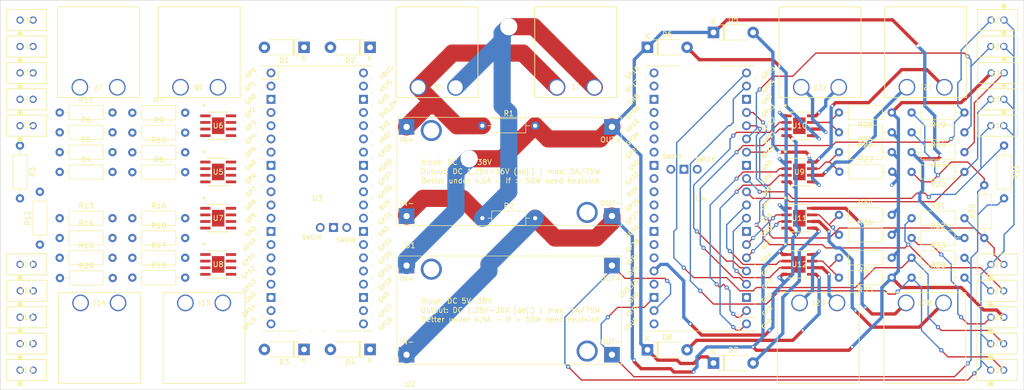
<source format=kicad_pcb>
(kicad_pcb (version 20211014) (generator pcbnew)
  (layers (0 "F.Cu" signal) (31 "B.Cu" signal) (34 "B.Paste" user) (35 "F.Paste" user) (36 "B.SilkS" user "B.Silkscreen") (37 "F.SilkS" user "F.Silkscreen") (38 "B.Mask" user) (39 "F.Mask" user) (44 "Edge.Cuts" user))
  (net 0 "")
  (net 1 "Net-(J1-Pad2)")
  (net 2 "Net-(J1-Pad1)")
  (net 3 "/Leg Back Left/12V")
  (net 4 "/Leg Back Right/GND12V")
  (net 5 "/Left Controller /3V3")
  (net 6 "/Left Controller /GND3V3")
  (net 7 "/Left Controller /FL_F_IN1")
  (net 8 "/Left Controller /FL_F_IN2")
  (net 11 "/Left Controller /FL_K_IN1")
  (net 12 "/Leg Back Right/BR_F_IN1")
  (net 13 "/Leg Back Right/BR_F_IN2")
  (net 15 "/Leg Back Right/BR_K_IN1")
  (net 16 "/Leg Back Right/BR_K_IN2")
  (net 17 "/Left Controller /FL_K_IN2")
  (net 18 "/Left Controller /BL_F_IN1")
  (net 20 "/Left Controller /BL_F_IN2")
  (net 22 "/Leg Back Right/BR_F_EA")
  (net 23 "/Leg Back Right/BR_F_EB")
  (net 25 "/Leg Back Right/BR_K_EA")
  (net 26 "/Leg Back Right/BR_K_EB")
  (net 42 "/Leg Back Right/BR_F_VREF")
  (net 45 "Net-(D5-Pad2)")
  (net 46 "/Left Controller /BL_K_IN1")
  (net 47 "/Left Controller /BL_K_IN2")
  (net 48 "/Left Controller /FL_F_EA")
  (net 49 "Net-(D4-Pad2)")
  (net 50 "Net-(J8-Pad2)")
  (net 51 "/Left Controller /FL_F_EB")
  (net 52 "Net-(J8-Pad1)")
  (net 53 "Net-(J5-Pad1)")
  (net 55 "/Left Controller /FL_K_EA")
  (net 56 "/Left Controller /FL_K_EB")
  (net 57 "/Left Controller /BL_F_EA")
  (net 58 "/Left Controller /BL_F_EB")
  (net 60 "/Left Controller /BL_K_EA")
  (net 61 "/Left Controller /BL_K_EB")
  (net 77 "/Left Controller /3V3_VREF")
  (net 80 "/Leg Front Right/FR_F_IN1")
  (net 81 "/Leg Front Right/FR_F_IN2")
  (net 82 "/Leg Front Right/FR_K_IN1")
  (net 83 "/Leg Front Right/FR_K_IN2")
  (net 84 "/Leg Front Right/FR_F_EA")
  (net 85 "/Leg Front Right/FR_F_EB")
  (net 86 "/Leg Front Right/FR_K_EA")
  (net 87 "/Leg Front Right/FR_K_EB")
  (net 88 "Net-(D6-Pad2)")
  (net 89 "Net-(J22-Pad2)")
  (net 90 "Net-(R26-Pad2)")
  (net 91 "Net-(J22-Pad1)")
  (net 92 "Net-(D1-Pad2)")
  (net 93 "Net-(J7-Pad2)")
  (net 94 "Net-(R7-Pad1)")
  (net 95 "Net-(J7-Pad1)")
  (net 96 "Net-(D2-Pad2)")
  (net 97 "Net-(R10-Pad2)")
  (net 98 "Net-(D3-Pad2)")
  (net 99 "Net-(J14-Pad2)")
  (net 100 "Net-(R16-Pad1)")
  (net 101 "Net-(J14-Pad1)")
  (net 102 "Net-(J15-Pad2)")
  (net 103 "Net-(R17-Pad2)")
  (net 104 "Net-(J15-Pad1)")
  (net 105 "Net-(J21-Pad2)")
  (net 106 "Net-(R25-Pad1)")
  (net 107 "Net-(J21-Pad1)")
  (net 108 "Net-(D7-Pad2)")
  (net 109 "Net-(J28-Pad2)")
  (net 110 "Net-(R34-Pad1)")
  (net 111 "Net-(J28-Pad1)")
  (net 112 "Net-(D8-Pad2)")
  (net 113 "Net-(J29-Pad2)")
  (net 114 "Net-(R35-Pad2)")
  (net 115 "Net-(J29-Pad1)")
  (net 116 "Net-(J26-Pad1)")
  (net 117 "Net-(R14-Pad1)")
  (net 118 "Net-(R23-Pad1)")
  (footprint "Diode_THT:D_DO-41_SOD81_P7.62mm_Horizontal" (layer "F.Cu") (at 168.91 39.21)
    (fp_text reference "D5")
    (fp_text value "1N4001")
  )
  (footprint "quadruped-lib-footprints:CONN_B2B-EH-A LFSN_JST" (layer "F.Cu") (at 35.56 93.98)
    (fp_text reference "J12")
    (fp_text value "B2B-EH-A")
  )
  (footprint "Resistor_THT:R_Axial_DIN0207_L6.3mm_D2.5mm_P10.16mm_Horizontal" (layer "F.Cu") (at 224.79 60.96 -90)
    (fp_text reference "R21")
    (fp_text value "5K")
  )
  (footprint "quadruped-lib-footprints:CONN_XT60PW-F_AMA" (layer "F.Cu") (at 213.3151 49.747999 180)
    (fp_text reference "J21")
    (fp_text value "XT60PW-F")
  )
  (footprint "quadruped-lib-footprints:RPi_PicoW_SMD_TH" (layer "F.Cu") (at 92.71 71.12)
    (fp_text reference "U3")
    (fp_text value "SC0915-pico-w-board")
  )
  (footprint "quadruped-lib-footprints:CONN_B2B-EH-A LFSN_JST" (layer "F.Cu") (at 35.56 46.99)
    (fp_text reference "J5")
    (fp_text value "B2B-EH-A")
  )
  (footprint "quadruped-lib-footprints:P-HSOP8-0405-1.27-002_TOS" (layer "F.Cu") (at 185.42 83.82)
    (fp_text reference "U12")
    (fp_text value "TB67H450AFNG_EL")
  )
  (footprint "Resistor_THT:R_Axial_DIN0207_L6.3mm_D2.5mm_P10.16mm_Horizontal" (layer "F.Cu") (at 57.15 74.93)
    (fp_text reference "R16")
    (fp_text value "R1")
  )
  (footprint "Resistor_THT:R_Axial_DIN0207_L6.3mm_D2.5mm_P10.16mm_Horizontal" (layer "F.Cu") (at 193.125 66)
    (fp_text reference "R27")
    (fp_text value "R1")
  )
  (footprint "quadruped-lib-footprints:CONN_B2B-EH-A LFSN_JST" (layer "F.Cu") (at 224.83 46.99 180)
    (fp_text reference "J19")
    (fp_text value "B2B-EH-A")
  )
  (footprint "quadruped-lib-footprints:CONN_XT60PW-F_AMA" (layer "F.Cu") (at 54.2551 49.747999 180)
    (fp_text reference "J7")
    (fp_text value "XT60PW-F")
  )
  (footprint "Resistor_THT:R_Axial_DIN0207_L6.3mm_D2.5mm_P10.16mm_Horizontal" (layer "F.Cu") (at 217.17 54.61 180)
    (fp_text reference "R29")
    (fp_text value "5K")
  )
  (footprint "Resistor_THT:R_Axial_DIN0207_L6.3mm_D2.5mm_P10.16mm_Horizontal" (layer "F.Cu") (at 43.18 66.04)
    (fp_text reference "R4")
    (fp_text value "5K")
  )
  (footprint "Resistor_THT:R_Axial_DIN0207_L6.3mm_D2.5mm_P10.16mm_Horizontal" (layer "F.Cu") (at 57.15 54.65)
    (fp_text reference "R7")
    (fp_text value "R1")
  )
  (footprint "Resistor_THT:R_Axial_DIN0207_L6.3mm_D2.5mm_P10.16mm_Horizontal" (layer "F.Cu") (at 207.01 82.55)
    (fp_text reference "R33")
    (fp_text value "5K")
  )
  (footprint "Resistor_THT:R_Axial_DIN0207_L6.3mm_D2.5mm_P10.16mm_Horizontal" (layer "F.Cu") (at 57.15 66.08)
    (fp_text reference "R8")
    (fp_text value "R1")
  )
  (footprint "quadruped-lib-footprints:CONN_XT60PW-F_AMA" (layer "F.Cu") (at 119.3351 49.747999 180)
    (fp_text reference "J2")
    (fp_text value "XT60PW-F")
  )
  (footprint "Resistor_THT:R_Axial_DIN0207_L6.3mm_D2.5mm_P10.16mm_Horizontal" (layer "F.Cu") (at 57.15 78.74)
    (fp_text reference "R18")
    (fp_text value "R1")
  )
  (footprint "quadruped-lib-footprints:CONN_B2B-EH-A LFSN_JST" (layer "F.Cu") (at 35.56 36.83)
    (fp_text reference "J9")
    (fp_text value "B2B-EH-A")
  )
  (footprint "Diode_THT:D_DO-41_SOD81_P7.62mm_Horizontal" (layer "F.Cu") (at 90.17 42.07 180)
    (fp_text reference "D1")
    (fp_text value "1N4001")
  )
  (footprint "quadruped-lib-footprints:CONN_XT60PW-F_AMA" (layer "F.Cu") (at 192.9951 49.747999 180)
    (fp_text reference "J22")
    (fp_text value "XT60PW-F")
  )
  (footprint "Diode_THT:D_DO-41_SOD81_P7.62mm_Horizontal" (layer "F.Cu") (at 102.87 42.07 180)
    (fp_text reference "D2")
    (fp_text value "1N4001")
  )
  (footprint "quadruped-lib-footprints:CONN_B2B-EH-A LFSN_JST" (layer "F.Cu") (at 222.21 99.06)
    (fp_text reference "J27")
    (fp_text value "B2B-EH-A")
  )
  (footprint "Diode_THT:D_DO-41_SOD81_P7.62mm_Horizontal" (layer "F.Cu") (at 90.17 100.17 180)
    (fp_text reference "D3")
    (fp_text value "1N4001")
  )
  (footprint "quadruped-lib-footprints:CONN_B2B-EH-A LFSN_JST" (layer "F.Cu") (at 35.56 104.14)
    (fp_text reference "J16")
    (fp_text value "B2B-EH-A")
  )
  (footprint "quadruped-lib-footprints:P-HSOP8-0405-1.27-002_TOS" (layer "F.Cu") (at 185.42 74.93)
    (fp_text reference "U11")
    (fp_text value "TB67H450AFNG_EL")
  )
  (footprint "Resistor_THT:R_Axial_DIN0207_L6.3mm_D2.5mm_P10.16mm_Horizontal" (layer "F.Cu") (at 207.01 86.36)
    (fp_text reference "R38")
    (fp_text value "5K")
  )
  (footprint "quadruped-lib-footprints:P-HSOP8-0405-1.27-002_TOS" (layer "F.Cu") (at 73.66 66.04)
    (fp_text reference "U5")
    (fp_text value "TB67H450AFNG_EL")
  )
  (footprint "Resistor_THT:R_Axial_DIN0207_L6.3mm_D2.5mm_P10.16mm_Horizontal" (layer "F.Cu") (at 43.18 74.93)
    (fp_text reference "R13")
    (fp_text value "5K")
  )
  (footprint "quadruped-lib-footprints:RPi_PicoW_SMD_TH" (layer "F.Cu") (at 166.37 71.12 180)
    (fp_text reference "U4")
    (fp_text value "SC0915-pico-w-board")
  )
  (footprint "Diode_THT:D_DO-41_SOD81_P7.62mm_Horizontal" (layer "F.Cu") (at 102.87 100.17 180)
    (fp_text reference "D4")
    (fp_text value "1N4001")
  )
  (footprint "Resistor_THT:R_Axial_DIN0207_L6.3mm_D2.5mm_P10.16mm_Horizontal" (layer "F.Cu") (at 39.37 80.01 90)
    (fp_text reference "R12")
    (fp_text value "5K")
  )
  (footprint "Resistor_THT:R_Axial_DIN0207_L6.3mm_D2.5mm_P10.16mm_Horizontal" (layer "F.Cu") (at 124.46 57.15)
    (fp_text reference "R1")
    (fp_text value "R1")
  )
  (footprint "quadruped-lib-footprints:P-HSOP8-0405-1.27-002_TOS" (layer "F.Cu") (at 185.42 66.04)
    (fp_text reference "U9")
    (fp_text value "TB67H450AFNG_EL")
  )
  (footprint "quadruped-lib-footprints:XL4005_DC-DC" (layer "F.Cu") (at 108.045 103.029)
    (fp_text reference "U2")
    (fp_text value "XL4005")
  )
  (footprint "quadruped-lib-footprints:P-HSOP8-0405-1.27-002_TOS" (layer "F.Cu") (at 73.66 74.93)
    (fp_text reference "U7")
    (fp_text value "TB67H450AFNG_EL")
  )
  (footprint "Resistor_THT:R_Axial_DIN0207_L6.3mm_D2.5mm_P10.16mm_Horizontal" (layer "F.Cu") (at 57.15 62.27)
    (fp_text reference "R10")
    (fp_text value "R1")
  )
  (footprint "Resistor_THT:R_Axial_DIN0207_L6.3mm_D2.5mm_P10.16mm_Horizontal" (layer "F.Cu") (at 217.17 66.04 180)
    (fp_text reference "R22")
    (fp_text value "5K")
  )
  (footprint "Resistor_THT:R_Axial_DIN0207_L6.3mm_D2.5mm_P10.16mm_Horizontal" (layer "F.Cu") (at 193.04 74.295)
    (fp_text reference "R34")
    (fp_text value "R1")
  )
  (footprint "quadruped-lib-footprints:CONN_B2B-EH-A LFSN_JST" (layer "F.Cu") (at 35.56 83.81)
    (fp_text reference "J10")
    (fp_text value "B2B-EH-A")
  )
  (footprint "Resistor_THT:R_Axial_DIN0207_L6.3mm_D2.5mm_P10.16mm_Horizontal" (layer "F.Cu") (at 43.18 58.42)
    (fp_text reference "R6")
    (fp_text value "5K")
  )
  (footprint "Resistor_THT:R_Axial_DIN0207_L6.3mm_D2.5mm_P10.16mm_Horizontal" (layer "F.Cu") (at 217.17 58.42 180)
    (fp_text reference "R24")
    (fp_text value "5K")
  )
  (footprint "Resistor_THT:R_Axial_DIN0207_L6.3mm_D2.5mm_P10.16mm_Horizontal" (layer "F.Cu") (at 57.15 82.55)
    (fp_text reference "R17")
    (fp_text value "R1")
  )
  (footprint "Resistor_THT:R_Axial_DIN0207_L6.3mm_D2.5mm_P10.16mm_Horizontal" (layer "F.Cu") (at 207.01 74.93)
    (fp_text reference "R31")
    (fp_text value "5K")
  )
  (footprint "quadruped-lib-footprints:CONN_B2B-EH-A LFSN_JST" (layer "F.Cu") (at 222.21 88.9)
    (fp_text reference "J25")
    (fp_text value "B2B-EH-A")
  )
  (footprint "Resistor_THT:R_Axial_DIN0207_L6.3mm_D2.5mm_P10.16mm_Horizontal" (layer "F.Cu") (at 193.04 62.23)
    (fp_text reference "R25")
    (fp_text value "R1")
  )
  (footprint "Resistor_THT:R_Axial_DIN0207_L6.3mm_D2.5mm_P10.16mm_Horizontal" (layer "F.Cu") (at 43.2249 86.436001)
    (fp_text reference "R20")
    (fp_text value "5K")
  )
  (footprint "Resistor_THT:R_Axial_DIN0207_L6.3mm_D2.5mm_P10.16mm_Horizontal" (layer "F.Cu") (at 203.2 58.42 180)
    (fp_text reference "R26")
    (fp_text value "R1")
  )
  (footprint "Resistor_THT:R_Axial_DIN0207_L6.3mm_D2.5mm_P10.16mm_Horizontal" (layer "F.Cu") (at 43.18 78.74)
    (fp_text reference "R14")
    (fp_text value "150R")
  )
  (footprint "quadruped-lib-footprints:CONN_XT60PW-F_AMA" (layer "F.Cu") (at 73.6151 49.747999 180)
    (fp_text reference "J8")
    (fp_text value "XT60PW-F")
  )
  (footprint "Diode_THT:D_DO-41_SOD81_P7.62mm_Horizontal" (layer "F.Cu") (at 156.21 42.07)
    (fp_text reference "D6")
    (fp_text value "1N4001")
  )
  (footprint "Resistor_THT:R_Axial_DIN0207_L6.3mm_D2.5mm_P10.16mm_Horizontal" (layer "F.Cu") (at 57.15 86.36)
    (fp_text reference "R19")
    (fp_text value "R1")
  )
  (footprint "quadruped-lib-footprints:CONN_B2B-EH-A LFSN_JST" (layer "F.Cu") (at 224.79 36.83 180)
    (fp_text reference "J23")
    (fp_text value "B2B-EH-A")
  )
  (footprint "quadruped-lib-footprints:CONN_B2B-EH-A LFSN_JST" (layer "F.Cu") (at 35.56 41.91)
    (fp_text reference "J6")
    (fp_text value "B2B-EH-A")
  )
  (footprint "Resistor_THT:R_Axial_DIN0207_L6.3mm_D2.5mm_P10.16mm_Horizontal" (layer "F.Cu") (at 203.2 86.36 180)
    (fp_text reference "R35")
    (fp_text value "R1")
  )
  (footprint "quadruped-lib-footprints:CONN_B2B-EH-A LFSN_JST" (layer "F.Cu") (at 35.56 57.15)
    (fp_text reference "J3")
    (fp_text value "B2B-EH-A")
  )
  (footprint "Resistor_THT:R_Axial_DIN0207_L6.3mm_D2.5mm_P10.16mm_Horizontal" (layer "F.Cu") (at 124.46 74.93)
    (fp_text reference "R2")
    (fp_text value "R1")
  )
  (footprint "Resistor_THT:R_Axial_DIN0207_L6.3mm_D2.5mm_P10.16mm_Horizontal" (layer "F.Cu") (at 43.18 54.61)
    (fp_text reference "R11")
    (fp_text value "5K")
  )
  (footprint "quadruped-lib-footprints:CONN_XT60PW-F_AMA" (layer "F.Cu") (at 185.4649 91.222001)
    (fp_text reference "J29")
    (fp_text value "XT60PW-F")
  )
  (footprint "quadruped-lib-footprints:CONN_B2B-EH-A LFSN_JST" (layer "F.Cu") (at 224.75 57.15 180)
    (fp_text reference "J17")
    (fp_text value "B2B-EH-A")
  )
  (footprint "quadruped-lib-footprints:CONN_B2B-EH-A LFSN_JST" (layer "F.Cu") (at 224.75 41.91 180)
    (fp_text reference "J20")
    (fp_text value "B2B-EH-A")
  )
  (footprint "quadruped-lib-footprints:XL4005_DC-DC" (layer "F.Cu") (at 108.045 76.359)
    (fp_text reference "U1")
    (fp_text value "XL4005")
  )
  (footprint "quadruped-lib-footprints:P-HSOP8-0405-1.27-002_TOS" (layer "F.Cu") (at 73.66 83.82)
    (fp_text reference "U8")
    (fp_text value "TB67H450AFNG_EL")
  )
  (footprint "quadruped-lib-footprints:CONN_XT60PW-F_AMA" (layer "F.Cu") (at 47.2 91.222001)
    (fp_text reference "J14")
    (fp_text value "XT60PW-F")
  )
  (footprint "quadruped-lib-footprints:CONN_B2B-EH-A LFSN_JST" (layer "F.Cu") (at 35.6 88.9)
    (fp_text reference "J11")
    (fp_text value "B2B-EH-A")
  )
  (footprint "Resistor_THT:R_Axial_DIN0207_L6.3mm_D2.5mm_P10.16mm_Horizontal" (layer "F.Cu") (at 203.2 82.53 180)
    (fp_text reference "R37")
    (fp_text value "R1")
  )
  (footprint "Resistor_THT:R_Axial_DIN0207_L6.3mm_D2.5mm_P10.16mm_Horizontal" (layer "F.Cu") (at 220.98 78.74 90)
    (fp_text reference "R30")
    (fp_text value "5K")
  )
  (footprint "Resistor_THT:R_Axial_DIN0207_L6.3mm_D2.5mm_P10.16mm_Horizontal" (layer "F.Cu") (at 217.17 62.23 180)
    (fp_text reference "R23")
    (fp_text value "150R")
  )
  (footprint "Resistor_THT:R_Axial_DIN0207_L6.3mm_D2.5mm_P10.16mm_Horizontal" (layer "F.Cu") (at 43.18 82.55)
    (fp_text reference "R15")
    (fp_text value "5K")
  )
  (footprint "quadruped-lib-footprints:CONN_B2B-EH-A LFSN_JST" (layer "F.Cu") (at 35.56 52.07)
    (fp_text reference "J4")
    (fp_text value "B2B-EH-A")
  )
  (footprint "Diode_THT:D_DO-41_SOD81_P7.62mm_Horizontal" (layer "F.Cu") (at 168.91 102.79)
    (fp_text reference "D7")
    (fp_text value "1N4001")
  )
  (footprint "quadruped-lib-footprints:CONN_XT60PW-F_AMA" (layer "F.Cu") (at 67.3549 91.222001)
    (fp_text reference "J15")
    (fp_text value "XT60PW-F")
  )
  (footprint "Diode_THT:D_DO-41_SOD81_P7.62mm_Horizontal" (layer "F.Cu") (at 156.21 100.25)
    (fp_text reference "D8")
    (fp_text value "1N4001")
  )
  (footprint "Resistor_THT:R_Axial_DIN0207_L6.3mm_D2.5mm_P10.16mm_Horizontal" (layer "F.Cu") (at 57.15 58.48)
    (fp_text reference "R9")
    (fp_text value "R1")
  )
  (footprint "quadruped-lib-footprints:CONN_B2B-EH-A LFSN_JST" (layer "F.Cu") (at 222.21 104.14)
    (fp_text reference "J30")
    (fp_text value "B2B-EH-A")
  )
  (footprint "quadruped-lib-footprints:CONN_B2B-EH-A LFSN_JST" (layer "F.Cu") (at 224.75 52.07 180)
    (fp_text reference "J18")
    (fp_text value "B2B-EH-A")
  )
  (footprint "quadruped-lib-footprints:CONN_B2B-EH-A LFSN_JST" (layer "F.Cu") (at 35.56 99.06)
    (fp_text reference "J13")
    (fp_text value "B2B-EH-A")
  )
  (footprint "quadruped-lib-footprints:CONN_XT60PW-F_AMA" (layer "F.Cu") (at 146.0051 49.747999 180)
    (fp_text reference "J1")
    (fp_text value "XT60PW-F")
  )
  (footprint "Resistor_THT:R_Axial_DIN0207_L6.3mm_D2.5mm_P10.16mm_Horizontal" (layer "F.Cu") (at 193.04 78.125)
    (fp_text reference "R36")
    (fp_text value "R1")
  )
  (footprint "Resistor_THT:R_Axial_DIN0207_L6.3mm_D2.5mm_P10.16mm_Horizontal" (layer "F.Cu") (at 43.18 62.23)
    (fp_text reference "R5")
    (fp_text value "150R")
  )
  (footprint "Resistor_THT:R_Axial_DIN0207_L6.3mm_D2.5mm_P10.16mm_Horizontal" (layer "F.Cu") (at 35.54 60.96 -90)
    (fp_text reference "R3")
    (fp_text value "5K")
  )
  (footprint "Resistor_THT:R_Axial_DIN0207_L6.3mm_D2.5mm_P10.16mm_Horizontal" (layer "F.Cu") (at 207.01 78.74)
    (fp_text reference "R32")
    (fp_text value "150R")
  )
  (footprint "quadruped-lib-footprints:P-HSOP8-0405-1.27-002_TOS" (layer "F.Cu") (at 73.66 57.15)
    (fp_text reference "U6")
    (fp_text value "TB67H450AFNG_EL")
  )
  (footprint "Resistor_THT:R_Axial_DIN0207_L6.3mm_D2.5mm_P10.16mm_Horizontal" (layer "F.Cu") (at 203.2 54.61 180)
    (fp_text reference "R28")
    (fp_text value "R1")
  )
  (footprint "quadruped-lib-footprints:CONN_B2B-EH-A LFSN_JST" (layer "F.Cu") (at 222.25 93.98)
    (fp_text reference "J26")
    (fp_text value "B2B-EH-A")
  )
  (footprint "quadruped-lib-footprints:CONN_B2B-EH-A LFSN_JST" (layer "F.Cu") (at 222.25 83.82)
    (fp_text reference "J24")
    (fp_text value "B2B-EH-A")
  )
  (footprint "quadruped-lib-footprints:P-HSOP8-0405-1.27-002_TOS" (layer "F.Cu") (at 185.42 57.15)
    (fp_text reference "U10")
    (fp_text value "TB67H450AFNG_EL")
  )
  (footprint "quadruped-lib-footprints:CONN_XT60PW-F_AMA" (layer "F.Cu") (at 205.95 91.222001)
    (fp_text reference "J28")
    (fp_text value "XT60PW-F")
  )
  (gr_rect (start 31.75 33.02) (end 228.6 107.95) (layer "Edge.Cuts") (width 0.1) (fill none))
  (segment (start 118.703098 43.18) (end 112.135099 49.747999) (width 3.302) (layer "F.Cu") (net 1))
  (segment (start 112.135099 49.747999) (end 115.57 53.1829) (width 3.302) (layer "F.Cu") (net 1))
  (segment (start 113.899922 53.34) (end 109.8865 57.353422) (width 3.302) (layer "F.Cu") (net 1))
  (segment (start 138.805099 49.747999) (end 132.2371 43.18) (width 3.302) (layer "F.Cu") (net 1))
  (segment (start 109.8865 57.353422) (end 109.8865 57.3725) (width 3.302) (layer "F.Cu") (net 1))
  (segment (start 124.46 57.15) (end 119.5371 57.15) (width 3.302) (layer "F.Cu") (net 1))
  (segment (start 115.57 53.34) (end 113.899922 53.34) (width 3.302) (layer "F.Cu") (net 1))
  (segment (start 132.2371 43.18) (end 118.703098 43.18) (width 3.302) (layer "F.Cu") (net 1))
  (segment (start 119.5371 57.15) (end 115.57 53.1829) (width 3.302) (layer "F.Cu") (net 1))
  (segment (start 115.57 53.1829) (end 115.57 53.34) (width 3.302) (layer "F.Cu") (net 1))
  (segment (start 120.65 71.12) (end 124.46 74.93) (width 3.302) (layer "F.Cu") (net 2))
  (segment (start 146.0051 49.747999) (end 134.357101 38.1) (width 3.302) (layer "F.Cu") (net 2))
  (segment (start 134.357101 38.1) (end 129.54 38.1) (width 3.302) (layer "F.Cu") (net 2))
  (segment (start 109.8865 74.2635) (end 113.03 71.12) (width 3.302) (layer "F.Cu") (net 2))
  (segment (start 109.8865 74.5175) (end 109.8865 74.2635) (width 3.302) (layer "F.Cu") (net 2))
  (segment (start 113.03 71.12) (end 120.65 71.12) (width 3.302) (layer "F.Cu") (net 2))
  (via (at 129.54 38.1) (size 3.302) (drill 3.302) (layers "F.Cu" "B.Cu") (net 2))
  (segment (start 128.27 53.34) (end 129.54 54.61) (width 3.302) (layer "B.Cu") (net 2))
  (segment (start 128.27 39.37) (end 128.27 53.34) (width 3.302) (layer "B.Cu") (net 2))
  (segment (start 129.54 38.1) (end 128.27 39.37) (width 3.302) (layer "B.Cu") (net 2))
  (segment (start 129.54 54.61) (end 129.54 69.85) (width 3.302) (layer "B.Cu") (net 2))
  (segment (start 129.54 69.85) (end 124.46 74.93) (width 3.302) (layer "B.Cu") (net 2))
  (segment (start 119.3351 49.747999) (end 128.27 40.813099) (width 3.302) (layer "B.Cu") (net 2))
  (segment (start 128.27 40.813099) (end 128.27 39.37) (width 3.302) (layer "B.Cu") (net 2))
  (segment (start 134.62 57.15) (end 137.16 59.69) (width 3.302) (layer "F.Cu") (net 3))
  (segment (start 208.28 63.5) (end 212.09 63.5) (width 0.635) (layer "F.Cu") (net 3))
  (segment (start 166.37 101.6) (end 167.72 101.6) (width 0.635) (layer "F.Cu") (net 3))
  (segment (start 161.925 102.235) (end 162.56 102.87) (width 0.635) (layer "F.Cu") (net 3))
  (segment (start 167.72 101.6) (end 168.91 102.79) (width 0.635) (layer "F.Cu") (net 3))
  (segment (start 207.01 62.23) (end 208.28 63.5) (width 0.635) (layer "F.Cu") (net 3))
  (segment (start 162.56 102.87) (end 165.1 102.87) (width 0.635) (layer "F.Cu") (net 3))
  (segment (start 212.09 63.5) (end 212.725 62.865) (width 0.635) (layer "F.Cu") (net 3))
  (segment (start 171.4875 36.7925) (end 203.3345 36.7925) (width 0.635) (layer "F.Cu") (net 3))
  (segment (start 168.91 39.21) (end 169.07 39.21) (width 0.635) (layer "F.Cu") (net 3))
  (segment (start 128.27 63.5) (end 134.62 57.15) (width 3.302) (layer "F.Cu") (net 3))
  (segment (start 169.07 39.21) (end 171.4875 36.7925) (width 0.635) (layer "F.Cu") (net 3))
  (segment (start 203.3345 36.7925) (end 208.28 41.738) (width 0.635) (layer "F.Cu") (net 3))
  (segment (start 165.1 102.87) (end 166.37 101.6) (width 0.635) (layer "F.Cu") (net 3))
  (segment (start 137.16 59.69) (end 147.066 59.69) (width 3.302) (layer "F.Cu") (net 3))
  (segment (start 147.066 59.69) (end 149.3835 57.3725) (width 3.302) (layer "F.Cu") (net 3))
  (segment (start 121.92 63.5) (end 128.27 63.5) (width 3.302) (layer "F.Cu") (net 3))
  (segment (start 158.195 102.235) (end 161.925 102.235) (width 0.635) (layer "F.Cu") (net 3))
  (segment (start 156.21 100.25) (end 158.195 102.235) (width 0.635) (layer "F.Cu") (net 3))
  (via (at 121.92 63.5) (size 3.302) (drill 3.302) (layers "F.Cu" "B.Cu") (net 3))
  (via (at 208.28 41.738) (size 0.635) (drill 0.635) (layers "F.Cu" "B.Cu") (net 3))
  (via (at 212.725 62.865) (size 0.635) (drill 0.635) (layers "F.Cu" "B.Cu") (net 3))
  (segment (start 156.05 42.07) (end 153.67 44.45) (width 0.635) (layer "B.Cu") (net 3))
  (segment (start 208.5945 70.154588) (end 208.5945 71.577412) (width 0.635) (layer "B.Cu") (net 3))
  (segment (start 211.455 55.245) (end 209.55 53.34) (width 0.635) (layer "B.Cu") (net 3))
  (segment (start 209.55 53.34) (end 209.55 43.18) (width 0.635) (layer "B.Cu") (net 3))
  (segment (start 153.67 53.086) (end 149.3835 57.3725) (width 0.635) (layer "B.Cu") (net 3))
  (segment (start 119.38 66.04) (end 121.92 63.5) (width 3.302) (layer "B.Cu") (net 3))
  (segment (start 207.01 62.23) (end 209.1275 64.3475) (width 0.635) (layer "B.Cu") (net 3))
  (segment (start 208.5945 71.577412) (end 215.757088 78.74) (width 0.635) (layer "B.Cu") (net 3))
  (segment (start 208.28 41.91) (end 208.28 41.738) (width 0.635) (layer "B.Cu") (net 3))
  (segment (start 209.1275 64.3475) (end 209.1275 69.621588) (width 0.635) (layer "B.Cu") (net 3))
  (segment (start 149.4475 57.3725) (end 149.3835 57.3725) (width 0.635) (layer "B.Cu") (net 3))
  (segment (start 154.94 62.865) (end 149.4475 57.3725) (width 0.635) (layer "B.Cu") (net 3))
  (segment (start 156.21 42.07) (end 156.05 42.07) (width 0.635) (layer "B.Cu") (net 3))
  (segment (start 209.55 43.18) (end 208.28 41.91) (width 0.635) (layer "B.Cu") (net 3))
  (segment (start 156.13 100.25) (end 154.94 99.06) (width 0.635) (layer "B.Cu") (net 3))
  (segment (start 159.07 39.21) (end 156.21 42.07) (width 0.635) (layer "B.Cu") (net 3))
  (segment (start 119.38 73.398551) (end 119.38 66.04) (width 3.302) (layer "B.Cu") (net 3))
  (segment (start 168.91 39.21) (end 159.07 39.21) (width 0.635) (layer "B.Cu") (net 3))
  (segment (start 215.757088 78.74) (end 217.17 78.74) (width 0.635) (layer "B.Cu") (net 3))
  (segment (start 212.725 62.865) (end 211.455 61.595) (width 0.635) (layer "B.Cu") (net 3))
  (segment (start 209.1275 69.621588) (end 208.5945 70.154588) (width 0.635) (layer "B.Cu") (net 3))
  (segment (start 156.21 100.25) (end 156.13 100.25) (width 0.635) (layer "B.Cu") (net 3))
  (segment (start 109.8865 84.0425) (end 109.8865 82.892051) (width 3.302) (layer "B.Cu") (net 3))
  (segment (start 109.8865 82.892051) (end 119.38 73.398551) (width 3.302) (layer "B.Cu") (net 3))
  (segment (start 153.67 44.45) (end 153.67 53.086) (width 0.635) (layer "B.Cu") (net 3))
  (segment (start 154.94 99.06) (end 154.94 62.865) (width 0.635) (layer "B.Cu") (net 3))
  (segment (start 211.455 61.595) (end 211.455 55.245) (width 0.635) (layer "B.Cu") (net 3))
  (segment (start 195.58 99.695) (end 194.945 100.33) (width 0.635) (layer "F.Cu") (net 4))
  (segment (start 146.311449 78.74) (end 149.3835 75.667949) (width 3.302) (layer "F.Cu") (net 4))
  (segment (start 154.995 103.87) (end 153.67 102.545) (width 0.635) (layer "F.Cu") (net 4))
  (segment (start 217.17 52.07) (end 216.535 52.705) (width 0.635) (layer "F.Cu") (net 4))
  (segment (start 182.9562 73.025) (end 182.245 73.025) (width 0.635) (layer "F.Cu") (net 4))
  (segment (start 182.9562 81.915) (end 182.245 81.915) (width 0.635) (layer "F.Cu") (net 4))
  (segment (start 217.25 52.07) (end 217.17 52.07) (width 0.635) (layer "F.Cu") (net 4))
  (segment (start 223.353 92.583) (end 220.853 92.583) (width 0.635) (layer "F.Cu") (net 4))
  (segment (start 194.945 100.33) (end 177.165 100.33) (width 0.635) (layer "F.Cu") (net 4))
  (segment (start 177.165 100.33) (end 176.53 99.695) (width 0.635) (layer "F.Cu") (net 4))
  (segment (start 224.75 93.98) (end 223.353 92.583) (width 0.635) (layer "F.Cu") (net 4))
  (segment (start 220.853 92.583) (end 216.535 88.265) (width 0.635) (layer "F.Cu") (net 4))
  (segment (start 146.311449 78.74) (end 138.43 78.74) (width 3.302) (layer "F.Cu") (net 4))
  (segment (start 182.245 73.025) (end 181.61 72.39) (width 0.635) (layer "F.Cu") (net 4))
  (segment (start 153.67 102.545) (end 153.67 102.235) (width 0.635) (layer "F.Cu") (net 4))
  (segment (start 149.3835 75.667949) (end 149.3835 74.5175) (width 3.302) (layer "F.Cu") (net 4))
  (segment (start 138.43 78.74) (end 134.62 74.93) (width 3.302) (layer "F.Cu") (net 4))
  (segment (start 222.33 46.99) (end 217.25 52.07) (width 0.635) (layer "F.Cu") (net 4))
  (segment (start 165.1 104.5045) (end 161.2895 104.5045) (width 0.635) (layer "F.Cu") (net 4))
  (segment (start 182.245 81.915) (end 181.61 81.28) (width 0.635) (layer "F.Cu") (net 4))
  (segment (start 205.105 52.705) (end 203.2 54.61) (width 0.635) (layer "F.Cu") (net 4))
  (segment (start 216.535 52.705) (end 205.105 52.705) (width 0.635) (layer "F.Cu") (net 4))
  (segment (start 182.9562 64.135) (end 182.245 64.135) (width 0.635) (layer "F.Cu") (net 4))
  (segment (start 182.245 55.245) (end 181.61 54.61) (width 0.635) (layer "F.Cu") (net 4))
  (segment (start 205.085 88.265) (end 203.2 86.38) (width 0.635) (layer "F.Cu") (net 4))
  (segment (start 182.245 64.135) (end 181.61 63.5) (width 0.635) (layer "F.Cu") (net 4))
  (segment (start 216.535 88.265) (end 205.085 88.265) (width 0.635) (layer "F.Cu") (net 4))
  (segment (start 182.9562 55.245) (end 182.245 55.245) (width 0.635) (layer "F.Cu") (net 4))
  (segment (start 160.655 103.87) (end 154.995 103.87) (width 0.635) (layer "F.Cu") (net 4))
  (segment (start 161.2895 104.5045) (end 160.655 103.87) (width 0.635) (layer "F.Cu") (net 4))
  (via (at 165.1 104.5045) (size 0.635) (drill 0.381) (layers "F.Cu" "B.Cu") (net 4))
  (via (at 153.67 102.235) (size 0.635) (drill 0.381) (layers "F.Cu" "B.Cu") (net 4))
  (via (at 195.58 99.695) (size 0.635) (drill 0.381) (layers "F.Cu" "B.Cu") (net 4))
  (via (at 176.53 99.695) (size 0.635) (drill 0.381) (layers "F.Cu" "B.Cu") (net 4))
  (via (at 181.61 54.61) (size 0.635) (drill 0.381) (layers "F.Cu" "B.Cu") (net 4))
  (via (at 181.61 81.28) (size 0.635) (drill 0.381) (layers "F.Cu" "B.Cu") (net 4))
  (via (at 203.2 68.58) (size 0.635) (drill 0.381) (layers "F.Cu" "B.Cu") (net 4))
  (via (at 181.61 72.39) (size 0.635) (drill 0.381) (layers "F.Cu" "B.Cu") (net 4))
  (via (at 181.61 63.5) (size 0.635) (drill 0.381) (layers "F.Cu" "B.Cu") (net 4))
  (segment (start 204.47 76.2) (end 204.47 73.025) (width 0.635) (layer "B.Cu") (net 4))
  (segment (start 153.67 102.235) (end 153.305 101.87) (width 0.635) (layer "B.Cu") (net 4))
  (segment (start 125.73 85.09) (end 125.73 83.82) (width 3.302) (layer "B.Cu") (net 4))
  (segment (start 125.73 83.82) (end 134.62 74.93) (width 3.302) (layer "B.Cu") (net 4))
  (segment (start 178.435 84.455) (end 181.61 81.28) (width 0.635) (layer "B.Cu") (net 4))
  (segment (start 203.2 58.42) (end 204.47 59.69) (width 0.635) (layer "B.Cu") (net 4))
  (segment (start 153.305 101.87) (end 153.305 78.439) (width 0.635) (layer "B.Cu") (net 4))
  (segment (start 176.53 99.695) (end 167.64 99.695) (width 0.635) (layer "B.Cu") (net 4))
  (segment (start 176.53 99.695) (end 178.435 97.79) (width 0.635) (layer "B.Cu") (net 4))
  (segment (start 182.88 80.01) (end 181.61 81.28) (width 0.635) (layer "B.Cu") (net 4))
  (segment (start 203.2 82.53) (end 204.45 81.28) (width 0.635) (layer "B.Cu") (net 4))
  (segment (start 203.285 66) (end 204.47 67.185) (width 0.635) (layer "B.Cu") (net 4))
  (segment (start 165.735 103.505) (end 165.1 104.14) (width 0.635) (layer "B.Cu") (net 4))
  (segment (start 109.8865 101.1875) (end 109.8865 100.9335) (width 3.302) (layer "B.Cu") (net 4))
  (segment (start 203.2 62.23) (end 204.47 63.5) (width 0.635) (layer "B.Cu") (net 4))
  (segment (start 153.305 78.439) (end 149.3835 74.5175) (width 0.635) (layer "B.Cu") (net 4))
  (segment (start 204.47 67.185) (end 204.47 73.025) (width 0.635) (layer "B.Cu") (net 4))
  (segment (start 204.47 67.185) (end 204.47 63.5) (width 0.635) (layer "B.Cu") (net 4))
  (segment (start 178.435 97.79) (end 178.435 84.455) (width 0.635) (layer "B.Cu") (net 4))
  (segment (start 201.295 93.98) (end 195.58 99.695) (width 0.635) (layer "B.Cu") (net 4))
  (segment (start 203.2 74.295) (end 204.47 73.025) (width 0.635) (layer "B.Cu") (net 4))
  (segment (start 167.64 99.695) (end 167.005 100.33) (width 0.635) (layer "B.Cu") (net 4))
  (segment (start 204.45 85.07) (end 204.47 85.09) (width 0.635) (layer "B.Cu") (net 4))
  (segment (start 204.47 81.28) (end 204.47 76.2) (width 0.635) (layer "B.Cu") (net 4))
  (segment (start 182.88 64.77) (end 182.88 55.88) (width 0.635) (layer "B.Cu") (net 4))
  (segment (start 203.2 78.125) (end 204.47 76.855) (width 0.635) (layer "B.Cu") (net 4))
  (segment (start 204.47 63.5) (end 204.47 59.69) (width 0.635) (layer "B.Cu") (net 4))
  (segment (start 204.47 67.185) (end 204.47 67.31) (width 0.635) (layer "B.Cu") (net 4))
  (segment (start 182.88 55.88) (end 181.61 54.61) (width 0.635) (layer "B.Cu") (net 4))
  (segment (start 203.2 86.36) (end 201.295 88.265) (width 0.635) (layer "B.Cu") (net 4))
  (segment (start 203.2 54.61) (end 204.47 55.88) (width 0.635) (layer "B.Cu") (net 4))
  (segment (start 204.45 81.28) (end 204.45 85.07) (width 0.635) (layer "B.Cu") (net 4))
  (segment (start 165.1 104.14) (end 165.1 104.5045) (width 0.635) (layer "B.Cu") (net 4))
  (segment (start 204.47 76.855) (end 204.47 76.2) (width 0.635) (layer "B.Cu") (net 4))
  (segment (start 182.88 64.77) (end 182.88 73.66) (width 0.635) (layer "B.Cu") (net 4))
  (segment (start 165.735 101.6) (end 165.735 103.505) (width 0.635) (layer "B.Cu") (net 4))
  (segment (start 204.45 81.28) (end 204.47 81.28) (width 0.635) (layer "B.Cu") (net 4))
  (segment (start 109.8865 100.9335) (end 125.73 85.09) (width 3.302) (layer "B.Cu") (net 4))
  (segment (start 182.88 73.66) (end 182.88 80.01) (width 0.635) (layer "B.Cu") (net 4))
  (segment (start 204.47 67.31) (end 203.2 68.58) (width 0.635) (layer "B.Cu") (net 4))
  (segment (start 204.47 59.69) (end 204.47 55.88) (width 0.635) (layer "B.Cu") (net 4))
  (segment (start 204.47 85.09) (end 203.2 86.36) (width 0.635) (layer "B.Cu") (net 4))
  (segment (start 182.88 73.66) (end 181.61 72.39) (width 0.635) (layer "B.Cu") (net 4))
  (segment (start 182.88 64.77) (end 181.61 63.5) (width 0.635) (layer "B.Cu") (net 4))
  (segment (start 201.295 88.265) (end 201.295 93.98) (width 0.635) (layer "B.Cu") (net 4))
  (segment (start 167.005 100.33) (end 165.735 101.6) (width 0.635) (layer "B.Cu") (net 4))
  (segment (start 151.91 86.505) (end 159.53 86.505) (width 0.25) (layer "F.Cu") (net 5))
  (segment (start 143.51 106.045) (end 217.805 106.045) (width 0.25) (layer "F.Cu") (net 5))
  (segment (start 217.805 106.045) (end 219.075 104.775) (width 0.25) (layer "F.Cu") (net 5))
  (segment (start 140.97 103.505) (end 143.51 106.045) (width 0.25) (layer "F.Cu") (net 5))
  (segment (start 149.3835 84.0425) (end 149.4475 84.0425) (width 0.25) (layer "F.Cu") (net 5))
  (segment (start 159.53 86.505) (end 160.02 86.995) (width 0.25) (layer "F.Cu") (net 5))
  (segment (start 149.4475 84.0425) (end 151.91 86.505) (width 0.25) (layer "F.Cu") (net 5))
  (via (at 140.97 103.505) (size 0.8) (drill 0.4) (layers "F.Cu" "B.Cu") (net 5))
  (via (at 219.075 104.775) (size 0.8) (drill 0.4) (layers "F.Cu" "B.Cu") (net 5))
  (via (at 160.02 86.995) (size 0.8) (drill 0.4) (layers "F.Cu" "B.Cu") (net 5))
  (segment (start 160.655 89.535) (end 157.48 92.71) (width 0.25) (layer "B.Cu") (net 5))
  (segment (start 224.79 81.28) (end 224.79 78.105) (width 0.25) (layer "B.Cu") (net 5))
  (segment (start 220.345 87.035) (end 220.345 86.995) (width 0.25) (layer "B.Cu") (net 5))
  (segment (start 220.345 97.155) (end 220.345 101.6) (width 0.25) (layer "B.Cu") (net 5))
  (segment (start 149.3835 84.0425) (end 149.3835 84.9315) (width 0.25) (layer "B.Cu") (net 5))
  (segment (start 222.25 83.82) (end 224.79 81.28) (width 0.25) (layer "B.Cu") (net 5))
  (segment (start 222.21 88.9) (end 220.345 87.035) (width 0.25) (layer "B.Cu") (net 5))
  (segment (start 220.345 85.725) (end 220.345 86.995) (width 0.25) (layer "B.Cu") (net 5))
  (segment (start 226.695 59.095) (end 224.75 57.15) (width 0.25) (layer "B.Cu") (net 5))
  (segment (start 220.345 102.275) (end 222.21 104.14) (width 0.25) (layer "B.Cu") (net 5))
  (segment (start 222.25 83.82) (end 220.345 85.725) (width 0.25) (layer "B.Cu") (net 5))
  (segment (start 149.3835 84.9315) (end 140.335 93.98) (width 0.25) (layer "B.Cu") (net 5))
  (segment (start 140.335 93.98) (end 140.335 102.87) (width 0.25) (layer "B.Cu") (net 5))
  (segment (start 220.345 101.6) (end 220.345 102.275) (width 0.25) (layer "B.Cu") (net 5))
  (segment (start 224.79 78.105) (end 226.695 76.2) (width 0.25) (layer "B.Cu") (net 5))
  (segment (start 226.695 38.735) (end 226.695 59.095) (width 0.25) (layer "B.Cu") (net 5))
  (segment (start 220.345 86.995) (end 220.345 97.155) (width 0.25) (layer "B.Cu") (net 5))
  (segment (start 219.075 104.775) (end 220.345 103.505) (width 0.25) (layer "B.Cu") (net 5))
  (segment (start 220.345 97.195) (end 220.345 97.155) (width 0.25) (layer "B.Cu") (net 5))
  (segment (start 226.695 76.2) (end 226.695 59.095) (width 0.25) (layer "B.Cu") (net 5))
  (segment (start 226.655 53.975) (end 226.695 53.975) (width 0.25) (layer "B.Cu") (net 5))
  (segment (start 222.21 99.06) (end 220.345 97.195) (width 0.25) (layer "B.Cu") (net 5))
  (segment (start 226.695 53.975) (end 226.695 43.855) (width 0.25) (layer "B.Cu") (net 5))
  (segment (start 226.695 43.855) (end 224.75 41.91) (width 0.25) (layer "B.Cu") (net 5))
  (segment (start 224.75 52.07) (end 226.655 53.975) (width 0.25) (layer "B.Cu") (net 5))
  (segment (start 224.79 36.83) (end 226.695 38.735) (width 0.25) (layer "B.Cu") (net 5))
  (segment (start 220.345 103.505) (end 220.345 101.6) (width 0.25) (layer "B.Cu") (net 5))
  (segment (start 160.655 87.63) (end 160.655 89.535) (width 0.25) (layer "B.Cu") (net 5))
  (segment (start 160.02 86.995) (end 160.655 87.63) (width 0.25) (layer "B.Cu") (net 5))
  (segment (start 140.335 102.87) (end 140.97 103.505) (width 0.25) (layer "B.Cu") (net 5))
  (segment (start 217.805 64.135) (end 220.98 67.31) (width 0.25) (layer "F.Cu") (net 6))
  (segment (start 148.59 93.98) (end 150.495 92.075) (width 0.25) (layer "F.Cu") (net 6))
  (segment (start 217.805 102.87) (end 215.265 105.41) (width 0.25) (layer "F.Cu") (net 6))
  (segment (start 214.63 64.135) (end 217.805 64.135) (width 0.25) (layer "F.Cu") (net 6))
  (segment (start 208.915 67.945) (end 210.82 67.945) (width 0.25) (layer "F.Cu") (net 6))
  (segment (start 207.01 66.04) (end 208.915 67.945) (width 0.25) (layer "F.Cu") (net 6))
  (segment (start 150.495 92.075) (end 155.575 92.075) (width 0.25) (layer "F.Cu") (net 6))
  (segment (start 212.09 66.675) (end 214.63 64.135) (width 0.25) (layer "F.Cu") (net 6))
  (segment (start 155.575 92.075) (end 157.48 90.17) (width 0.25) (layer "F.Cu") (net 6))
  (segment (start 153.606 105.41) (end 149.3835 101.1875) (width 0.25) (layer "F.Cu") (net 6))
  (segment (start 210.82 67.945) (end 212.09 66.675) (width 0.25) (layer "F.Cu") (net 6))
  (segment (start 215.265 105.41) (end 153.606 105.41) (width 0.25) (layer "F.Cu") (net 6))
  (segment (start 220.98 67.31) (end 220.98 68.58) (width 0.25) (layer "F.Cu") (net 6))
  (via (at 148.59 93.98) (size 0.8) (drill 0.4) (layers "F.Cu" "B.Cu") (net 6))
  (via (at 212.09 66.675) (size 0.8) (drill 0.4) (layers "F.Cu" "B.Cu") (net 6))
  (via (at 217.805 102.87) (size 0.8) (drill 0.4) (layers "F.Cu" "B.Cu") (net 6))
  (segment (start 218.44 84.455) (end 218.44 88.265) (width 0.25) (layer "B.Cu") (net 6))
  (segment (start 223.52 72.39) (end 221.615 72.39) (width 0.25) (layer "B.Cu") (net 6))
  (segment (start 219.71 81.28) (end 218.44 82.55) (width 0.25) (layer "B.Cu") (net 6))
  (segment (start 218.44 88.265) (end 218.44 102.235) (width 0.25) (layer "B.Cu") (net 6))
  (segment (start 149.3835 101.1875) (end 147.32 99.124) (width 0.25) (layer "B.Cu") (net 6))
  (segment (start 218.44 83.82) (end 218.44 84.455) (width 0.25) (layer "B.Cu") (net 6))
  (segment (start 219.71 77.47) (end 219.71 78.105) (width 0.25) (layer "B.Cu") (net 6))
  (segment (start 209.55 57.15) (end 209.55 60.325) (width 0.25) (layer "B.Cu") (net 6))
  (segment (start 224.79 71.12) (end 223.52 72.39) (width 0.25) (layer "B.Cu") (net 6))
  (segment (start 209.55 62.23) (end 211.455 64.135) (width 0.25) (layer "B.Cu") (net 6))
  (segment (start 207.01 54.61) (end 209.55 57.15) (width 0.25) (layer "B.Cu") (net 6))
  (segment (start 219.71 78.105) (end 219.71 81.28) (width 0.25) (layer "B.Cu") (net 6))
  (segment (start 217.17 74.93) (end 219.71 77.47) (width 0.25) (layer "B.Cu") (net 6))
  (segment (start 219.71 74.295) (end 219.71 78.105) (width 0.25) (layer "B.Cu") (net 6))
  (segment (start 220.98 68.58) (end 219.71 69.85) (width 0.25) (layer "B.Cu") (net 6))
  (segment (start 211.455 64.135) (end 211.455 66.04) (width 0.25) (layer "B.Cu") (net 6))
  (segment (start 219.71 69.85) (end 219.71 74.295) (width 0.25) (layer "B.Cu") (net 6))
  (segment (start 218.44 82.55) (end 218.44 84.455) (width 0.25) (layer "B.Cu") (net 6))
  (segment (start 218.44 102.235) (end 217.805 102.87) (width 0.25) (layer "B.Cu") (net 6))
  (segment (start 217.17 86.36) (end 218.44 87.63) (width 0.25) (layer "B.Cu") (net 6))
  (segment (start 207.01 58.42) (end 209.55 60.96) (width 0.25) (layer "B.Cu") (net 6))
  (segment (start 217.17 82.55) (end 218.44 83.82) (width 0.25) (layer "B.Cu") (net 6))
  (segment (start 209.55 60.325) (end 209.55 60.96) (width 0.25) (layer "B.Cu") (net 6))
  (segment (start 147.32 99.124) (end 147.32 95.25) (width 0.25) (layer "B.Cu") (net 6))
  (segment (start 218.44 87.63) (end 218.44 88.265) (width 0.25) (layer "B.Cu") (net 6))
  (segment (start 221.615 72.39) (end 219.71 74.295) (width 0.25) (layer "B.Cu") (net 6))
  (segment (start 147.32 95.25) (end 148.59 93.98) (width 0.25) (layer "B.Cu") (net 6))
  (segment (start 209.55 60.96) (end 209.55 62.23) (width 0.25) (layer "B.Cu") (net 6))
  (segment (start 211.455 66.04) (end 212.09 66.675) (width 0.25) (layer "B.Cu") (net 6))
  (segment (start 182.9562 75.565) (end 181.61 75.565) (width 0.25) (layer "F.Cu") (net 12))
  (segment (start 175.26 82.55) (end 176.53 81.28) (width 0.25) (layer "F.Cu") (net 12))
  (segment (start 181.61 75.565) (end 180.975 76.2) (width 0.25) (layer "F.Cu") (net 12))
  (via (at 180.975 76.2) (size 0.8) (drill 0.4) (layers "F.Cu" "B.Cu") (net 12))
  (via (at 176.53 81.28) (size 0.8) (drill 0.4) (layers "F.Cu" "B.Cu") (net 12))
  (segment (start 176.53 81.28) (end 178.435 79.375) (width 0.25) (layer "B.Cu") (net 12))
  (segment (start 178.435 79.375) (end 178.435 78.74) (width 0.25) (layer "B.Cu") (net 12))
  (segment (start 178.435 78.74) (end 180.975 76.2) (width 0.25) (layer "B.Cu") (net 12))
  (segment (start 182.9562 74.295) (end 180.975 74.295) (width 0.25) (layer "F.Cu") (net 13))
  (segment (start 180.975 74.295) (end 180.34 74.93) (width 0.25) (layer "F.Cu") (net 13))
  (segment (start 175.26 80.01) (end 176.53 78.74) (width 0.25) (layer "F.Cu") (net 13))
  (via (at 180.34 74.93) (size 0.8) (drill 0.4) (layers "F.Cu" "B.Cu") (net 13))
  (via (at 176.53 78.74) (size 0.8) (drill 0.4) (layers "F.Cu" "B.Cu") (net 13))
  (segment (start 176.53 78.74) (end 180.34 74.93) (width 0.25) (layer "B.Cu") (net 13))
  (segment (start 179.705 86.36) (end 174.625 86.36) (width 0.25) (layer "F.Cu") (net 15))
  (segment (start 182.9562 84.455) (end 181.61 84.455) (width 0.25) (layer "F.Cu") (net 15))
  (segment (start 181.61 84.455) (end 179.705 86.36) (width 0.25) (layer "F.Cu") (net 15))
  (segment (start 174.625 86.36) (end 173.355 85.09) (width 0.25) (layer "F.Cu") (net 15))
  (via (at 173.355 85.09) (size 0.8) (drill 0.4) (layers "F.Cu" "B.Cu") (net 15))
  (segment (start 172.72 84.455) (end 172.72 77.47) (width 0.25) (layer "B.Cu") (net 15))
  (segment (start 172.72 77.47) (end 175.26 74.93) (width 0.25) (layer "B.Cu") (net 15))
  (segment (start 173.355 85.09) (end 172.72 84.455) (width 0.25) (layer "B.Cu") (net 15))
  (segment (start 181.61 83.185) (end 180.975 83.82) (width 0.25) (layer "F.Cu") (net 16))
  (segment (start 182.9562 83.185) (end 181.61 83.185) (width 0.25) (layer "F.Cu") (net 16))
  (segment (start 180.975 83.82) (end 174.625 83.82) (width 0.25) (layer "F.Cu") (net 16))
  (segment (start 174.625 83.82) (end 172.085 81.28) (width 0.25) (layer "F.Cu") (net 16))
  (segment (start 172.085 81.28) (end 172.0455 81.28) (width 0.25) (layer "F.Cu") (net 16))
  (via (at 172.0455 81.28) (size 0.8) (drill 0.4) (layers "F.Cu" "B.Cu") (net 16))
  (segment (start 172.0455 81.2405) (end 171.45 80.645) (width 0.25) (layer "B.Cu") (net 16))
  (segment (start 171.45 76.2) (end 175.26 72.39) (width 0.25) (layer "B.Cu") (net 16))
  (segment (start 171.45 80.645) (end 171.45 76.2) (width 0.25) (layer "B.Cu") (net 16))
  (segment (start 172.0455 81.28) (end 172.0455 81.2405) (width 0.25) (layer "B.Cu") (net 16))
  (segment (start 179.705 80.01) (end 178.435 78.74) (width 0.25) (layer "F.Cu") (net 22))
  (segment (start 220.265 84.455) (end 210.82 84.455) (width 0.25) (layer "F.Cu") (net 22))
  (segment (start 189.865 80.01) (end 179.705 80.01) (width 0.25) (layer "F.Cu") (net 22))
  (segment (start 178.435 77.47) (end 177.165 76.2) (width 0.25) (layer "F.Cu") (net 22))
  (segment (start 175.26 57.15) (end 177.165 57.15) (width 0.25) (layer "F.Cu") (net 22))
  (segment (start 210.82 84.455) (end 206.375 80.01) (width 0.25) (layer "F.Cu") (net 22))
  (segment (start 206.375 80.01) (end 205.74 80.645) (width 0.25) (layer "F.Cu") (net 22))
  (segment (start 178.435 78.74) (end 178.435 77.47) (width 0.25) (layer "F.Cu") (net 22))
  (segment (start 205.74 80.645) (end 190.5 80.645) (width 0.25) (layer "F.Cu") (net 22))
  (segment (start 177.165 57.15) (end 177.8 57.785) (width 0.25) (layer "F.Cu") (net 22))
  (segment (start 177.8395 57.7455) (end 177.8395 57.743124) (width 0.25) (layer "F.Cu") (net 22))
  (segment (start 190.5 80.645) (end 189.865 80.01) (width 0.25) (layer "F.Cu") (net 22))
  (segment (start 177.8 57.785) (end 177.8395 57.7455) (width 0.25) (layer "F.Cu") (net 22))
  (segment (start 224.71 88.9) (end 220.265 84.455) (width 0.25) (layer "F.Cu") (net 22))
  (via (at 177.165 76.2) (size 0.8) (drill 0.4) (layers "F.Cu" "B.Cu") (net 22))
  (via (at 206.375 80.01) (size 0.8) (drill 0.4) (layers "F.Cu" "B.Cu") (net 22))
  (via (at 177.8395 57.743124) (size 0.8) (drill 0.4) (layers "F.Cu" "B.Cu") (net 22))
  (segment (start 177.8 71.755) (end 177.8 75.565) (width 0.25) (layer "B.Cu") (net 22))
  (segment (start 177.8395 58.3805) (end 177.165 59.055) (width 0.25) (layer "B.Cu") (net 22))
  (segment (start 205.74 79.375) (end 206.375 80.01) (width 0.25) (layer "B.Cu") (net 22))
  (segment (start 179.07 69.215) (end 179.07 70.485) (width 0.25) (layer "B.Cu") (net 22))
  (segment (start 177.165 67.31) (end 179.07 69.215) (width 0.25) (layer "B.Cu") (net 22))
  (segment (start 205.74 76.2) (end 205.74 79.375) (width 0.25) (layer "B.Cu") (net 22))
  (segment (start 177.8 75.565) (end 177.165 76.2) (width 0.25) (layer "B.Cu") (net 22))
  (segment (start 179.07 70.485) (end 177.8 71.755) (width 0.25) (layer "B.Cu") (net 22))
  (segment (start 177.165 59.055) (end 177.165 67.31) (width 0.25) (layer "B.Cu") (net 22))
  (segment (start 177.8395 57.743124) (end 177.8395 58.3805) (width 0.25) (layer "B.Cu") (net 22))
  (segment (start 207.01 74.93) (end 205.74 76.2) (width 0.25) (layer "B.Cu") (net 22))
  (segment (start 179.705 78.105) (end 180.34 78.74) (width 0.25) (layer "F.Cu") (net 23))
  (segment (start 179.07 74.93) (end 179.705 75.565) (width 0.25) (layer "F.Cu") (net 23))
  (segment (start 222.885 81.955) (end 224.75 83.82) (width 0.25) (layer "F.Cu") (net 23))
  (segment (start 222.885 80.645) (end 222.885 81.955) (width 0.25) (layer "F.Cu") (net 23))
  (segment (start 180.34 78.74) (end 191.193037 78.74) (width 0.25) (layer "F.Cu") (net 23))
  (segment (start 175.26 54.61) (end 176.53 54.61) (width 0.25) (layer "F.Cu") (net 23))
  (segment (start 193.118037 76.815) (end 219.055 76.815) (width 0.25) (layer "F.Cu") (net 23))
  (segment (start 179.705 75.565) (end 179.705 78.105) (width 0.25) (layer "F.Cu") (net 23))
  (segment (start 191.193037 78.74) (end 193.118037 76.815) (width 0.25) (layer "F.Cu") (net 23))
  (segment (start 176.53 54.61) (end 178.435 56.515) (width 0.25) (layer "F.Cu") (net 23))
  (segment (start 220.98 78.74) (end 222.885 80.645) (width 0.25) (layer "F.Cu") (net 23))
  (segment (start 219.055 76.815) (end 220.98 78.74) (width 0.25) (layer "F.Cu") (net 23))
  (via (at 178.435 56.515) (size 0.8) (drill 0.4) (layers "F.Cu" "B.Cu") (net 23))
  (via (at 179.07 74.93) (size 0.8) (drill 0.4) (layers "F.Cu" "B.Cu") (net 23))
  (segment (start 179.705 69.215) (end 179.705 71.12) (width 0.25) (layer "B.Cu") (net 23))
  (segment (start 178.435 56.515) (end 179.07 57.15) (width 0.25) (layer "B.Cu") (net 23))
  (segment (start 179.07 58.42) (end 177.8 59.69) (width 0.25) (layer "B.Cu") (net 23))
  (segment (start 178.435 74.295) (end 179.07 74.93) (width 0.25) (layer "B.Cu") (net 23))
  (segment (start 178.435 72.39) (end 178.435 74.295) (width 0.25) (layer "B.Cu") (net 23))
  (segment (start 179.705 71.12) (end 178.435 72.39) (width 0.25) (layer "B.Cu") (net 23))
  (segment (start 177.8 59.69) (end 177.8 67.31) (width 0.25) (layer "B.Cu") (net 23))
  (segment (start 177.8 67.31) (end 179.705 69.215) (width 0.25) (layer "B.Cu") (net 23))
  (segment (start 179.07 57.15) (end 179.07 58.42) (width 0.25) (layer "B.Cu") (net 23))
  (segment (start 213.995 101.6) (end 212.725 100.33) (width 0.25) (layer "F.Cu") (net 25))
  (segment (start 202.565 89.535) (end 203.835 89.535) (width 0.25) (layer "F.Cu") (net 25))
  (segment (start 204.316275 89.053725) (end 204.321117 89.053725) (width 0.25) (layer "F.Cu") (net 25))
  (segment (start 222.17 101.6) (end 213.995 101.6) (width 0.25) (layer "F.Cu") (net 25))
  (segment (start 203.835 89.535) (end 204.316275 89.053725) (width 0.25) (layer "F.Cu") (net 25))
  (segment (start 224.71 104.14) (end 222.17 101.6) (width 0.25) (layer "F.Cu") (net 25))
  (segment (start 179.07 91.44) (end 181.61 88.9) (width 0.25) (layer "F.Cu") (net 25))
  (segment (start 168.91 91.44) (end 179.07 91.44) (width 0.25) (layer "F.Cu") (net 25))
  (segment (start 166.37 88.9) (end 168.91 91.44) (width 0.25) (layer "F.Cu") (net 25))
  (segment (start 181.61 88.9) (end 201.93 88.9) (width 0.25) (layer "F.Cu") (net 25))
  (segment (start 201.93 88.9) (end 202.565 89.535) (width 0.25) (layer "F.Cu") (net 25))
  (via (at 166.37 88.9) (size 0.8) (drill 0.4) (layers "F.Cu" "B.Cu") (net 25))
  (via (at 204.321117 89.053725) (size 0.8) (drill 0.4) (layers "F.Cu" "B.Cu") (net 25))
  (via (at 212.725 100.33) (size 0.8) (drill 0.4) (layers "F.Cu" "B.Cu") (net 25))
  (segment (start 172.72 56.515) (end 172.72 52.07) (width 0.25) (layer "B.Cu") (net 25))
  (segment (start 212.725 100.33) (end 208.915 96.52) (width 0.25) (layer "B.Cu") (net 25))
  (segment (start 204.321117 89.048883) (end 207.01 86.36) (width 0.25) (layer "B.Cu") (net 25))
  (segment (start 204.321117 89.053725) (end 204.321117 89.048883) (width 0.25) (layer "B.Cu") (net 25))
  (segment (start 208.915 96.52) (end 208.915 88.265) (width 0.25) (layer "B.Cu") (net 25))
  (segment (start 171.8041 57.15) (end 172.085 57.15) (width 0.25) (layer "B.Cu") (net 25))
  (segment (start 164.465 86.995) (end 164.465 64.4891) (width 0.25) (layer "B.Cu") (net 25))
  (segment (start 172.72 52.07) (end 175.26 49.53) (width 0.25) (layer "B.Cu") (net 25))
  (segment (start 172.085 57.15) (end 172.72 56.515) (width 0.25) (layer "B.Cu") (net 25))
  (segment (start 166.37 88.9) (end 164.465 86.995) (width 0.25) (layer "B.Cu") (net 25))
  (segment (start 164.465 64.4891) (end 171.8041 57.15) (width 0.25) (layer "B.Cu") (net 25))
  (segment (start 208.915 88.265) (end 207.01 86.36) (width 0.25) (layer "B.Cu") (net 25))
  (segment (start 173.99 88.9) (end 171.45 86.36) (width 0.25) (layer "F.Cu") (net 26))
  (segment (start 196.215 88.265) (end 177.165 88.265) (width 0.25) (layer "F.Cu") (net 26))
  (segment (start 222.17 96.52) (end 212.725 96.52) (width 0.25) (layer "F.Cu") (net 26))
  (segment (start 171.45 86.36) (end 165.1 86.36) (width 0.25) (layer "F.Cu") (net 26))
  (segment (start 212.725 96.52) (end 212.09 95.885) (width 0.25) (layer "F.Cu") (net 26))
  (segment (start 165.1 86.36) (end 163.195 84.455) (width 0.25) (layer "F.Cu") (net 26))
  (segment (start 207.01 82.55) (end 205.105 84.455) (width 0.25) (layer "F.Cu") (net 26))
  (segment (start 224.71 99.06) (end 222.17 96.52) (width 0.25) (layer "F.Cu") (net 26))
  (segment (start 196.215 88.265) (end 200.025 84.455) (width 0.25) (layer "F.Cu") (net 26))
  (segment (start 177.165 88.265) (end 176.53 88.9) (width 0.25) (layer "F.Cu") (net 26))
  (segment (start 176.53 88.9) (end 173.99 88.9) (width 0.25) (layer "F.Cu") (net 26))
  (segment (start 205.105 84.455) (end 200.025 84.455) (width 0.25) (layer "F.Cu") (net 26))
  (via (at 212.09 95.885) (size 0.8) (drill 0.4) (layers "F.Cu" "B.Cu") (net 26))
  (via (at 163.195 84.455) (size 0.8) (drill 0.4) (layers "F.Cu" "B.Cu") (net 26))
  (segment (start 161.8309 76.9291) (end 161.29 77.47) (width 0.25) (layer "B.Cu") (net 26))
  (segment (start 161.29 82.55) (end 163.195 84.455) (width 0.25) (layer "B.Cu") (net 26))
  (segment (start 161.8309 60.4191) (end 161.8309 76.9291) (width 0.25) (layer "B.Cu") (net 26))
  (segment (start 210.185 85.725) (end 207.01 82.55) (width 0.25) (layer "B.Cu") (net 26))
  (segment (start 210.185 93.98) (end 210.185 85.725) (width 0.25) (layer "B.Cu") (net 26))
  (segment (start 212.09 95.885) (end 210.185 93.98) (width 0.25) (layer "B.Cu") (net 26))
  (segment (start 161.29 77.47) (end 161.29 82.55) (width 0.25) (layer "B.Cu") (net 26))
  (segment (start 175.26 46.99) (end 161.8309 60.4191) (width 0.25) (layer "B.Cu") (net 26))
  (segment (start 183.515 59.055) (end 184.15 59.69) (width 0.635) (layer "F.Cu") (net 42))
  (segment (start 182.245 85.725) (end 181.61 86.36) (width 0.635) (layer "F.Cu") (net 42))
  (segment (start 184.7455 78.0655) (end 183.515 76.835) (width 0.635) (layer "F.Cu") (net 42))
  (segment (start 182.9562 67.945) (end 183.515 67.945) (width 0.635) (layer "F.Cu") (net 42))
  (segment (start 184.785 78.0655) (end 184.7455 78.0655) (width 0.635) (layer "F.Cu") (net 42))
  (segment (start 182.9562 85.725) (end 182.245 85.725) (width 0.635) (layer "F.Cu") (net 42))
  (segment (start 183.515 76.835) (end 182.9562 76.835) (width 0.635) (layer "F.Cu") (net 42))
  (segment (start 182.9562 59.055) (end 183.515 59.055) (width 0.635) (layer "F.Cu") (net 42))
  (segment (start 183.515 67.945) (end 184.15 68.58) (width 0.635) (layer "F.Cu") (net 42))
  (segment (start 182.9562 76.835) (end 183.5545 76.835) (width 0.25) (layer "F.Cu") (net 42))
  (segment (start 178.816 97.409) (end 166.624 97.409) (width 0.635) (layer "F.Cu") (net 42))
  (segment (start 166.624 97.409) (end 164.465 95.25) (width 0.635) (layer "F.Cu") (net 42))
  (segment (start 179.705 96.52) (end 178.816 97.409) (width 0.635) (layer "F.Cu") (net 42))
  (via (at 184.785 78.0655) (size 0.8) (drill 0.4) (layers "F.Cu" "B.Cu") (net 42))
  (via (at 164.465 95.25) (size 0.8) (drill 0.4) (layers "F.Cu" "B.Cu") (net 42))
  (via (at 184.15 59.69) (size 0.635) (drill 0.635) (layers "F.Cu" "B.Cu") (net 42))
  (via (at 179.705 96.52) (size 0.8) (drill 0.4) (layers "F.Cu" "B.Cu") (net 42))
  (via (at 184.15 68.58) (size 0.635) (drill 0.635) (layers "F.Cu" "B.Cu") (net 42))
  (via (at 181.61 86.36) (size 0.8) (drill 0.4) (layers "F.Cu" "B.Cu") (net 42))
  (segment (start 182.5625 87.3125) (end 180.34 89.535) (width 0.635) (layer "B.Cu") (net 42))
  (segment (start 184.8245 78.0655) (end 184.785 78.0655) (width 0.635) (layer "B.Cu") (net 42))
  (segment (start 180.34 89.535) (end 180.34 95.885) (width 0.635) (layer "B.Cu") (net 42))
  (segment (start 184.785 78.105) (end 184.785 78.0655) (width 0.635) (layer "B.Cu") (net 42))
  (segment (start 163.195 93.98) (end 164.465 95.25) (width 0.635) (layer "B.Cu") (net 42))
  (segment (start 185.42 76.835) (end 185.42 77.47) (width 0.635) (layer "B.Cu") (net 42))
  (segment (start 184.15 68.58) (end 184.785 69.215) (width 0.635) (layer "B.Cu") (net 42))
  (segment (start 185.42 77.47) (end 184.8245 78.0655) (width 0.635) (layer "B.Cu") (net 42))
  (segment (start 160.02 83.82) (end 163.195 86.995) (width 0.635) (layer "B.Cu") (net 42))
  (segment (start 180.34 95.885) (end 179.705 96.52) (width 0.635) (layer "B.Cu") (net 42))
  (segment (start 182.5625 87.3125) (end 184.15 85.725) (width 0.635) (layer "B.Cu") (net 42))
  (segment (start 184.785 76.2) (end 185.42 76.835) (width 0.635) (layer "B.Cu") (net 42))
  (segment (start 184.785 60.325) (end 184.15 59.69) (width 0.635) (layer "B.Cu") (net 42))
  (segment (start 184.15 85.725) (end 184.15 78.74) (width 0.635) (layer "B.Cu") (net 42))
  (segment (start 184.785 69.215) (end 184.785 76.2) (width 0.635) (layer "B.Cu") (net 42))
  (segment (start 157.48 85.09) (end 158.75 83.82) (width 0.635) (layer "B.Cu") (net 42))
  (segment (start 184.785 69.215) (end 184.785 60.325) (width 0.635) (layer "B.Cu") (net 42))
  (segment (start 163.195 86.995) (end 163.195 93.98) (width 0.635) (layer "B.Cu") (net 42))
  (segment (start 184.15 78.74) (end 184.785 78.105) (width 0.635) (layer "B.Cu") (net 42))
  (segment (start 181.61 86.36) (end 182.5625 87.3125) (width 0.635) (layer "B.Cu") (net 42))
  (segment (start 158.75 83.82) (end 160.02 83.82) (width 0.635) (layer "B.Cu") (net 42))
  (segment (start 187.8838 67.945) (end 188.595 67.945) (width 0.635) (layer "F.Cu") (net 45))
  (segment (start 188.595 67.945) (end 189.23 68.58) (width 0.635) (layer "F.Cu") (net 45))
  (segment (start 186.69 62.23) (end 187.325 62.865) (width 0.635) (layer "F.Cu") (net 45))
  (segment (start 181.61 62.23) (end 186.69 62.23) (width 0.635) (layer "F.Cu") (net 45))
  (via (at 187.325 62.865) (size 0.635) (drill 0.635) (layers "F.Cu" "B.Cu") (net 45))
  (via (at 189.23 68.58) (size 0.635) (drill 0.381) (layers "F.Cu" "B.Cu") (net 45))
  (via (at 181.61 62.23) (size 0.635) (drill 0.635) (layers "F.Cu" "B.Cu") (net 45))
  (segment (start 180.34 60.96) (end 180.34 43.02) (width 0.635) (layer "B.Cu") (net 45))
  (segment (start 187.325 63.5) (end 187.96 64.135) (width 0.635) (layer "B.Cu") (net 45))
  (segment (start 187.96 67.31) (end 189.23 68.58) (width 0.635) (layer "B.Cu") (net 45))
  (segment (start 187.325 62.865) (end 187.325 63.5) (width 0.635) (layer "B.Cu") (net 45))
  (segment (start 187.96 64.135) (end 187.96 67.31) (width 0.635) (layer "B.Cu") (net 45))
  (segment (start 181.61 62.23) (end 180.34 60.96) (width 0.635) (layer "B.Cu") (net 45))
  (segment (start 180.34 43.02) (end 176.53 39.21) (width 0.635) (layer "B.Cu") (net 45))
  (segment (start 173.355 96.52) (end 172.72 95.885) (width 0.25) (layer "F.Cu") (net 80))
  (segment (start 182.9562 66.675) (end 181.61 66.675) (width 0.25) (layer "F.Cu") (net 80))
  (segment (start 179.705 68.58) (end 174.625 68.58) (width 0.25) (layer "F.Cu") (net 80))
  (segment (start 175.26 95.25) (end 173.99 96.52) (width 0.25) (layer "F.Cu") (net 80))
  (segment (start 173.99 96.52) (end 173.355 96.52) (width 0.25) (layer "F.Cu") (net 80))
  (segment (start 181.61 66.675) (end 179.705 68.58) (width 0.25) (layer "F.Cu") (net 80))
  (segment (start 174.625 68.58) (end 173.355 69.85) (width 0.25) (layer "F.Cu") (net 80))
  (via (at 172.72 95.885) (size 0.8) (drill 0.4) (layers "F.Cu" "B.Cu") (net 80))
  (via (at 173.355 69.85) (size 0.8) (drill 0.4) (layers "F.Cu" "B.Cu") (net 80))
  (segment (start 170.18 93.345) (end 172.72 95.885) (width 0.25) (layer "B.Cu") (net 80))
  (segment (start 173.355 69.85) (end 170.18 73.025) (width 0.25) (layer "B.Cu") (net 80))
  (segment (start 170.18 73.025) (end 170.18 93.345) (width 0.25) (layer "B.Cu") (net 80))
  (segment (start 171.45 88.265) (end 170.815 87.63) (width 0.25) (layer "F.Cu") (net 81))
  (segment (start 170.1405 88.265) (end 169.5055 87.63) (width 0.25) (layer "F.Cu") (net 81))
  (segment (start 173.355 93.98) (end 172.72 93.345) (width 0.25) (layer "F.Cu") (net 81))
  (segment (start 174.625 66.04) (end 173.355 67.31) (width 0.25) (layer "F.Cu") (net 81))
  (segment (start 170.815 87.63) (end 170.18 88.265) (width 0.25) (layer "F.Cu") (net 81))
  (segment (start 181.61 65.405) (end 180.975 66.04) (width 0.25) (layer "F.Cu") (net 81))
  (segment (start 173.99 93.98) (end 173.355 93.98) (width 0.25) (layer "F.Cu") (net 81))
  (segment (start 175.26 92.71) (end 173.99 93.98) (width 0.25) (layer "F.Cu") (net 81))
  (segment (start 180.975 66.04) (end 174.625 66.04) (width 0.25) (layer "F.Cu") (net 81))
  (segment (start 170.18 88.265) (end 170.1405 88.265) (width 0.25) (layer "F.Cu") (net 81))
  (segment (start 182.9562 65.405) (end 181.61 65.405) (width 0.25) (layer "F.Cu") (net 81))
  (via (at 172.72 93.345) (size 0.8) (drill 0.4) (layers "F.Cu" "B.Cu") (net 81))
  (via (at 171.45 88.265) (size 0.8) (drill 0.4) (layers "F.Cu" "B.Cu") (net 81))
  (via (at 169.5055 87.63) (size 0.8) (drill 0.4) (layers "F.Cu" "B.Cu") (net 81))
  (via (at 173.355 67.31) (size 0.8) (drill 0.4) (layers "F.Cu" "B.Cu") (net 81))
  (segment (start 168.275 72.39) (end 168.275 86.36) (width 0.25) (layer "B.Cu") (net 81))
  (segment (start 168.275 86.36) (end 169.545 87.63) (width 0.25) (layer "B.Cu") (net 81))
  (segment (start 169.545 87.63) (end 169.5055 87.63) (width 0.25) (layer "B.Cu") (net 81))
  (segment (start 172.72 93.345) (end 172.085 92.71) (width 0.25) (layer "B.Cu") (net 81))
  (segment (start 173.355 67.31) (end 168.275 72.39) (width 0.25) (layer "B.Cu") (net 81))
  (segment (start 172.085 92.71) (end 172.085 88.9) (width 0.25) (layer "B.Cu") (net 81))
  (segment (start 172.085 88.9) (end 171.45 88.265) (width 0.25) (layer "B.Cu") (net 81))
  (segment (start 175.26 87.63) (end 173.99 86.36) (width 0.25) (layer "F.Cu") (net 82))
  (segment (start 182.9562 57.785) (end 181.61 57.785) (width 0.25) (layer "F.Cu") (net 82))
  (segment (start 174.625 60.96) (end 173.355 62.23) (width 0.25) (layer "F.Cu") (net 82))
  (segment (start 181.61 57.785) (end 178.435 60.96) (width 0.25) (layer "F.Cu") (net 82))
  (segment (start 167.005 80.645) (end 172.72 86.36) (width 0.25) (layer "F.Cu") (net 82))
  (segment (start 173.99 86.36) (end 172.72 86.36) (width 0.25) (layer "F.Cu") (net 82))
  (segment (start 178.435 60.96) (end 174.625 60.96) (width 0.25) (layer "F.Cu") (net 82))
  (via (at 167.005 80.645) (size 0.8) (drill 0.4) (layers "F.Cu" "B.Cu") (net 82))
  (via (at 173.355 62.23) (size 0.8) (drill 0.4) (layers "F.Cu" "B.Cu") (net 82))
  (segment (start 166.37 69.215) (end 166.37 80.01) (width 0.25) (layer "B.Cu") (net 82))
  (segment (start 173.355 62.23) (end 166.37 69.215) (width 0.25) (layer "B.Cu") (net 82))
  (segment (start 166.37 80.01) (end 167.005 80.645) (width 0.25) (layer "B.Cu") (net 82))
  (segment (start 165.735 77.47) (end 165.6955 77.47) (width 0.25) (layer "F.Cu") (net 83))
  (segment (start 171.45 83.185) (end 165.735 77.47) (width 0.25) (layer "F.Cu") (net 83))
  (segment (start 182.9562 56.515) (end 181.61 56.515) (width 0.25) (layer "F.Cu") (net 83))
  (segment (start 173.355 58.42) (end 172.72 59.055) (width 0.25) (layer "F.Cu") (net 83))
  (segment (start 175.26 85.09) (end 174.625 84.455) (width 0.25) (layer "F.Cu") (net 83))
  (segment (start 174.625 84.455) (end 173.99 84.455) (width 0.25) (layer "F.Cu") (net 83))
  (segment (start 173.99 84.455) (end 172.72 83.185) (width 0.25) (layer "F.Cu") (net 83))
  (segment (start 172.72 83.185) (end 171.45 83.185) (width 0.25) (layer "F.Cu") (net 83))
  (segment (start 181.61 56.515) (end 179.705 58.42) (width 0.25) (layer "F.Cu") (net 83))
  (segment (start 179.705 58.42) (end 173.355 58.42) (width 0.25) (layer "F.Cu") (net 83))
  (via (at 172.72 59.055) (size 0.8) (drill 0.4) (layers "F.Cu" "B.Cu") (net 83))
  (via (at 165.6955 77.47) (size 0.8) (drill 0.4) (layers "F.Cu" "B.Cu") (net 83))
  (segment (start 172.085 59.69) (end 172.72 59.055) (width 0.25) (layer "B.Cu") (net 83))
  (segment (start 165.6955 77.4305) (end 165.1 76.835) (width 0.25) (layer "B.Cu") (net 83))
  (segment (start 165.1 76.835) (end 165.1 68.58) (width 0.25) (layer "B.Cu") (net 83))
  (segment (start 172.085 61.595) (end 172.085 59.69) (width 0.25) (layer "B.Cu") (net 83))
  (segment (start 169.545 64.135) (end 172.085 61.595) (width 0.25) (layer "B.Cu") (net 83))
  (segment (start 165.6955 77.47) (end 165.6955 77.4305) (width 0.25) (layer "B.Cu") (net 83))
  (segment (start 165.1 68.58) (end 169.545 64.135) (width 0.25) (layer "B.Cu") (net 83))
  (segment (start 176.53 71.12) (end 182.88 71.12) (width 0.25) (layer "F.Cu") (net 84))
  (segment (start 182.88 71.12) (end 183.515 71.755) (width 0.25) (layer "F.Cu") (net 84))
  (segment (start 183.515 71.755) (end 211.455 71.755) (width 0.25) (layer "F.Cu") (net 84))
  (segment (start 211.455 71.755) (end 217.17 66.04) (width 0.25) (layer "F.Cu") (net 84))
  (segment (start 175.26 69.85) (end 176.53 71.12) (width 0.25) (layer "F.Cu") (net 84))
  (segment (start 222.25 52.07) (end 219.71 54.61) (width 0.25) (layer "B.Cu") (net 84))
  (segment (start 219.71 54.61) (end 219.71 63.5) (width 0.25) (layer "B.Cu") (net 84))
  (segment (start 219.71 63.5) (end 217.17 66.04) (width 0.25) (layer "B.Cu") (net 84))
  (segment (start 210.312 70.866) (end 209.55 70.104) (width 0.25) (layer "F.Cu") (net 85))
  (segment (start 209.55 70.104) (end 208.026 70.104) (width 0.25) (layer "F.Cu") (net 85))
  (segment (start 182.88 69.85) (end 177.8 69.85) (width 0.25) (layer "F.Cu") (net 85))
  (segment (start 207.01 71.12) (end 184.15 71.12) (width 0.25) (layer "F.Cu") (net 85))
  (segment (start 184.15 71.12) (end 182.88 69.85) (width 0.25) (layer "F.Cu") (net 85))
  (segment (start 208.026 70.104) (end 207.01 71.12) (width 0.25) (layer "F.Cu") (net 85))
  (via (at 210.312 70.866) (size 0.8) (drill 0.4) (layers "F.Cu" "B.Cu") (net 85))
  (via (at 177.8 69.85) (size 0.8) (drill 0.4) (layers "F.Cu" "B.Cu") (net 85))
  (segment (start 210.82 70.358) (end 210.312 70.866) (width 0.25) (layer "B.Cu") (net 85))
  (segment (start 220.345 65.405) (end 224.79 60.96) (width 0.25) (layer "B.Cu") (net 85))
  (segment (start 220.345 65.405) (end 215.392 70.358) (width 0.25) (layer "B.Cu") (net 85))
  (segment (start 222.25 57.15) (end 220.345 59.055) (width 0.25) (layer "B.Cu") (net 85))
  (segment (start 215.392 70.358) (end 210.82 70.358) (width 0.25) (layer "B.Cu") (net 85))
  (segment (start 175.26 67.31) (end 177.8 69.85) (width 0.25) (layer "B.Cu") (net 85))
  (segment (start 220.345 59.055) (end 220.345 65.405) (width 0.25) (layer "B.Cu") (net 85))
  (segment (start 179.07 62.23) (end 180.34 60.96) (width 0.25) (layer "F.Cu") (net 86))
  (segment (start 175.26 62.23) (end 179.07 62.23) (width 0.25) (layer "F.Cu") (net 86))
  (segment (start 214.015 60.305) (end 214.63 59.69) (width 0.25) (layer "F.Cu") (net 86))
  (segment (start 192.425 60.305) (end 214.015 60.305) (width 0.25) (layer "F.Cu") (net 86))
  (segment (start 180.34 60.96) (end 191.77 60.96) (width 0.25) (layer "F.Cu") (net 86))
  (segment (start 191.77 60.96) (end 192.425 60.305) (width 0.25) (layer "F.Cu") (net 86))
  (via (at 214.63 59.69) (size 0.8) (drill 0.4) (layers "F.Cu" "B.Cu") (net 86))
  (segment (start 215.9 53.34) (end 215.9 48.895) (width 0.25) (layer "B.Cu") (net 86))
  (segment (start 215.9 48.895) (end 216.535 48.26) (width 0.25) (layer "B.Cu") (net 86))
  (segment (start 216.535 48.26) (end 216.535 42.585) (width 0.25) (layer "B.Cu") (net 86))
  (segment (start 216.535 42.585) (end 222.29 36.83) (width 0.25) (layer "B.Cu") (net 86))
  (segment (start 215.265 56.515) (end 217.17 54.61) (width 0.25) (layer "B.Cu") (net 86))
  (segment (start 214.63 59.69) (end 215.265 59.055) (width 0.25) (layer "B.Cu") (net 86))
  (segment (start 217.17 54.61) (end 215.9 53.34) (width 0.25) (layer "B.Cu") (net 86))
  (segment (start 215.265 59.055) (end 215.265 56.515) (width 0.25) (layer "B.Cu") (net 86))
  (segment (start 188.595 43.18) (end 217.17 43.18) (width 0.25) (layer "F.Cu") (net 87))
  (segment (start 180.34 47.625) (end 184.15 47.625) (width 0.25) (layer "F.Cu") (net 87))
  (segment (start 217.17 43.18) (end 217.805 43.815) (width 0.25) (layer "F.Cu") (net 87))
  (segment (start 184.15 47.625) (end 186.69 45.085) (width 0.25) (layer "F.Cu") (net 87))
  (segment (start 177.8 50.165) (end 180.34 47.625) (width 0.25) (layer "F.Cu") (net 87))
  (segment (start 186.69 45.085) (end 188.595 43.18) (width 0.25) (layer "F.Cu") (net 87))
  (via (at 177.8 50.165) (size 0.8) (drill 0.4) (layers "F.Cu" "B.Cu") (net 87))
  (via (at 217.805 43.815) (size 0.8) (drill 0.4) (layers "F.Cu" "B.Cu") (net 87))
  (segment (start 175.26 59.69) (end 177.165 57.785) (width 0.25) (layer "B.Cu") (net 87))
  (segment (start 217.805 43.815) (end 218.44 44.45) (width 0.25) (layer "B.Cu") (net 87))
  (segment (start 177.165 50.8) (end 177.8 50.165) (width 0.25) (layer "B.Cu") (net 87))
  (segment (start 222.25 41.91) (end 218.44 45.72) (width 0.25) (layer "B.Cu") (net 87))
  (segment (start 177.165 57.785) (end 177.165 50.8) (width 0.25) (layer "B.Cu") (net 87))
  (segment (start 218.44 57.15) (end 217.17 58.42) (width 0.25) (layer "B.Cu") (net 87))
  (segment (start 218.44 44.45) (end 218.44 45.72) (width 0.25) (layer "B.Cu") (net 87))
  (segment (start 218.44 45.72) (end 218.44 57.15) (width 0.25) (layer "B.Cu") (net 87))
  (segment (start 181.61 45.72) (end 180.34 44.45) (width 0.635) (layer "F.Cu") (net 88))
  (segment (start 187.8838 59.055) (end 188.595 59.055) (width 0.635) (layer "F.Cu") (net 88))
  (segment (start 188.595 59.055) (end 189.23 59.69) (width 0.635) (layer "F.Cu") (net 88))
  (segment (start 166.21 44.45) (end 163.83 42.07) (width 0.635) (layer "F.Cu") (net 88))
  (segment (start 180.34 44.45) (end 166.21 44.45) (width 0.635) (layer "F.Cu") (net 88))
  (via (at 189.23 59.69) (size 0.635) (drill 0.381) (layers "F.Cu" "B.Cu") (net 88))
  (via (at 181.61 45.72) (size 0.635) (drill 0.381) (layers "F.Cu" "B.Cu") (net 88))
  (segment (start 182.88 53.34) (end 182.88 46.99) (width 0.635) (layer "B.Cu") (net 88))
  (segment (start 182.88 46.99) (end 181.61 45.72) (width 0.635) (layer "B.Cu") (net 88))
  (segment (start 189.23 59.69) (end 182.88 53.34) (width 0.635) (layer "B.Cu") (net 88))
  (segment (start 189.865 57.785) (end 190.5 58.42) (width 0.635) (layer "F.Cu") (net 89))
  (segment (start 187.8838 57.785) (end 189.865 57.785) (width 0.635) (layer "F.Cu") (net 89))
  (via (at 190.5 58.42) (size 0.635) (drill 0.381) (layers "F.Cu" "B.Cu") (net 89))
  (segment (start 187.96 55.88) (end 187.96 51.9129) (width 0.635) (layer "B.Cu") (net 89))
  (segment (start 187.96 51.9129) (end 185.795099 49.747999) (width 0.635) (layer "B.Cu") (net 89))
  (segment (start 190.5 58.42) (end 187.96 55.88) (width 0.635) (layer "B.Cu") (net 89))
  (segment (start 187.8838 56.515) (end 191.135 56.515) (width 0.25) (layer "F.Cu") (net 90))
  (segment (start 191.135 56.515) (end 193.04 58.42) (width 0.25) (layer "F.Cu") (net 90))
  (segment (start 193.04 54.61) (end 191.135 56.515) (width 0.25) (layer "F.Cu") (net 90))
  (segment (start 188.595 55.245) (end 189.23 54.61) (width 0.635) (layer "F.Cu") (net 91))
  (segment (start 187.8838 55.245) (end 188.595 55.245) (width 0.635) (layer "F.Cu") (net 91))
  (via (at 189.23 54.61) (size 0.635) (drill 0.381) (layers "F.Cu" "B.Cu") (net 91))
  (segment (start 190.5 52.243099) (end 192.9951 49.747999) (width 0.635) (layer "B.Cu") (net 91))
  (segment (start 189.23 54.61) (end 190.5 53.34) (width 0.635) (layer "B.Cu") (net 91))
  (segment (start 190.5 53.34) (end 190.5 52.243099) (width 0.635) (layer "B.Cu") (net 91))
  (segment (start 189.865 66.675) (end 190.5 66.04) (width 0.635) (layer "F.Cu") (net 105))
  (segment (start 187.8838 66.675) (end 189.865 66.675) (width 0.635) (layer "F.Cu") (net 105))
  (via (at 190.5 66.04) (size 0.635) (drill 0.381) (layers "F.Cu" "B.Cu") (net 105))
  (segment (start 200.025 59.055) (end 200.025 55.6658) (width 0.635) (layer "B.Cu") (net 105))
  (segment (start 200.025 55.6658) (end 205.942801 49.747999) (width 0.635) (layer "B.Cu") (net 105))
  (segment (start 192.405 64.135) (end 194.945 64.135) (width 0.635) (layer "B.Cu") (net 105))
  (segment (start 190.5 66.04) (end 192.405 64.135) (width 0.635) (layer "B.Cu") (net 105))
  (segment (start 205.942801 49.747999) (end 206.115099 49.747999) (width 0.635) (layer "B.Cu") (net 105))
  (segment (start 194.945 64.135) (end 200.025 59.055) (width 0.635) (layer "B.Cu") (net 105))
  (segment (start 189.23 65.405) (end 190.5 64.135) (width 0.25) (layer "F.Cu") (net 106))
  (segment (start 190.5 64.135) (end 191.135 64.135) (width 0.25) (layer "F.Cu") (net 106))
  (segment (start 191.135 64.135) (end 193.04 62.23) (width 0.25) (layer "F.Cu") (net 106))
  (segment (start 191.26 64.135) (end 191.135 64.135) (width 0.25) (layer "F.Cu") (net 106))
  (segment (start 193.125 66) (end 191.26 64.135) (width 0.25) (layer "F.Cu") (net 106))
  (segment (start 187.8838 65.405) (end 189.23 65.405) (width 0.25) (layer "F.Cu") (net 106))
  (segment (start 205.105 46.355) (end 209.922101 46.355) (width 0.635) (layer "F.Cu") (net 107))
  (segment (start 198.755 52.705) (end 205.105 46.355) (width 0.635) (layer "F.Cu") (net 107))
  (segment (start 188.595 64.135) (end 189.23 63.5) (width 0.635) (layer "F.Cu") (net 107))
  (segment (start 191.77 53.34) (end 192.405 52.705) (width 0.635) (layer "F.Cu") (net 107))
  (segment (start 209.922101 46.355) (end 213.3151 49.747999) (width 0.635) (layer "F.Cu") (net 107))
  (segment (start 187.8838 64.135) (end 188.595 64.135) (width 0.635) (layer "F.Cu") (net 107))
  (segment (start 192.405 52.705) (end 198.755 52.705) (width 0.635) (layer "F.Cu") (net 107))
  (via (at 191.77 53.34) (size 0.635) (drill 0.381) (layers "F.Cu" "B.Cu") (net 107))
  (via (at 189.23 63.5) (size 0.635) (drill 0.381) (layers "F.Cu" "B.Cu") (net 107))
  (segment (start 189.23 63.5) (end 191.5415 61.1885) (width 0.635) (layer "B.Cu") (net 107))
  (segment (start 191.5415 53.5685) (end 191.77 53.34) (width 0.635) (layer "B.Cu") (net 107))
  (segment (start 191.5415 61.1885) (end 191.5415 53.5685) (width 0.635) (layer "B.Cu") (net 107))
  (segment (start 187.8838 76.835) (end 188.595 76.835) (width 0.635) (layer "F.Cu") (net 108))
  (segment (start 188.595 76.835) (end 189.23 77.47) (width 0.635) (layer "F.Cu") (net 108))
  (via (at 189.23 77.47) (size 0.635) (drill 0.381) (layers "F.Cu" "B.Cu") (net 108))
  (segment (start 176.53 102.79) (end 182.245 97.075) (width 0.635) (layer "B.Cu") (net 108))
  (segment (start 182.245 97.075) (end 182.245 90.17) (width 0.635) (layer "B.Cu") (net 108))
  (segment (start 185.42 86.995) (end 185.42 81.28) (width 0.635) (layer "B.Cu") (net 108))
  (segment (start 182.245 90.17) (end 185.42 86.995) (width 0.635) (layer "B.Cu") (net 108))
  (segment (start 185.42 81.28) (end 189.23 77.47) (width 0.635) (layer "B.Cu") (net 108))
  (segment (start 213.150001 91.222001) (end 208.487002 95.885) (width 0.635) (layer "F.Cu") (net 109))
  (segment (start 199.39 95.885) (end 196.215 92.71) (width 0.635) (layer "F.Cu") (net 109))
  (segment (start 187.8838 75.565) (end 189.23 75.565) (width 0.635) (layer "F.Cu") (net 109))
  (segment (start 208.487002 95.885) (end 201.295 95.885) (width 0.635) (layer "F.Cu") (net 109))
  (segment (start 189.23 75.565) (end 191.135 77.47) (width 0.635) (layer "F.Cu") (net 109))
  (segment (start 201.295 95.885) (end 199.39 95.885) (width 0.635) (layer "F.Cu") (net 109))
  (via (at 196.215 92.71) (size 0.635) (drill 0.381) (layers "F.Cu" "B.Cu") (net 109))
  (via (at 191.135 77.47) (size 0.635) (drill 0.381) (layers "F.Cu" "B.Cu") (net 109))
  (segment (start 196.215 92.71) (end 195.58 92.075) (width 0.635) (layer "B.Cu") (net 109))
  (segment (start 195.58 82.9508) (end 193.2742 80.645) (width 0.635) (layer "B.Cu") (net 109))
  (segment (start 191.135 79.375) (end 191.135 77.47) (width 0.635) (layer "B.Cu") (net 109))
  (segment (start 195.58 92.075) (end 195.58 82.9508) (width 0.635) (layer "B.Cu") (net 109))
  (segment (start 193.2742 80.645) (end 192.405 80.645) (width 0.635) (layer "B.Cu") (net 109))
  (segment (start 192.405 80.645) (end 191.135 79.375) (width 0.635) (layer "B.Cu") (net 109))
  (segment (start 191.911404 76.693596) (end 191.628596 76.693596) (width 0.25) (layer "F.Cu") (net 110))
  (segment (start 191.135 76.2) (end 193.04 74.295) (width 0.25) (layer "F.Cu") (net 110))
  (segment (start 187.8838 74.295) (end 189.23 74.295) (width 0.25) (layer "F.Cu") (net 110))
  (segment (start 191.628596 76.693596) (end 191.135 76.2) (width 0.25) (layer "F.Cu") (net 110))
  (segment (start 189.23 74.295) (end 191.135 76.2) (width 0.25) (layer "F.Cu") (net 110))
  (via (at 191.911404 76.693596) (size 0.8) (drill 0.4) (layers "F.Cu" "B.Cu") (net 110))
  (segment (start 191.77 76.835) (end 191.911404 76.693596) (width 0.25) (layer "B.Cu") (net 110))
  (segment (start 193.04 78.125) (end 191.77 76.855) (width 0.25) (layer "B.Cu") (net 110))
  (segment (start 191.77 76.855) (end 191.77 76.835) (width 0.25) (layer "B.Cu") (net 110))
  (segment (start 203.835 93.345) (end 199.39 93.345) (width 0.635) (layer "F.Cu") (net 111))
  (segment (start 199.39 93.345) (end 198.12 92.075) (width 0.635) (layer "F.Cu") (net 111))
  (segment (start 203.835 93.337001) (end 203.835 93.345) (width 0.635) (layer "F.Cu") (net 111))
  (segment (start 205.95 91.222001) (end 203.835 93.337001) (width 0.635) (layer "F.Cu") (net 111))
  (segment (start 196.85 75.565) (end 194.31 73.025) (width 0.635) (layer "F.Cu") (net 111))
  (segment (start 187.8838 73.025) (end 194.31 73.025) (width 0.635) (layer "F.Cu") (net 111))
  (via (at 196.85 75.565) (size 0.635) (drill 0.381) (layers "F.Cu" "B.Cu") (net 111))
  (via (at 198.12 92.075) (size 0.635) (drill 0.381) (layers "F.Cu" "B.Cu") (net 111))
  (segment (start 198.12 92.075) (end 197.485 91.44) (width 0.635) (layer "B.Cu") (net 111))
  (segment (start 197.485 76.2) (end 196.85 75.565) (width 0.635) (layer "B.Cu") (net 111))
  (segment (start 197.485 91.44) (end 197.485 76.2) (width 0.635) (layer "B.Cu") (net 111))
  (segment (start 165.655 98.425) (end 163.83 100.25) (width 0.635) (layer "F.Cu") (net 112))
  (segment (start 188.595 85.725) (end 189.23 86.36) (width 0.635) (layer "F.Cu") (net 112))
  (segment (start 186.055 96.52) (end 184.15 98.425) (width 0.635) (layer "F.Cu") (net 112))
  (segment (start 187.8838 85.725) (end 188.595 85.725) (width 0.635) (layer "F.Cu") (net 112))
  (segment (start 184.15 98.425) (end 165.655 98.425) (width 0.635) (layer "F.Cu") (net 112))
  (via (at 189.23 86.36) (size 0.635) (drill 0.381) (layers "F.Cu" "B.Cu") (net 112))
  (via (at 186.055 96.52) (size 0.635) (drill 0.381) (layers "F.Cu" "B.Cu") (net 112))
  (segment (start 189.23 86.36) (end 189.23 93.345) (width 0.635) (layer "B.Cu") (net 112))
  (segment (start 189.23 93.345) (end 186.055 96.52) (width 0.635) (layer "B.Cu") (net 112))
  (segment (start 189.865 84.455) (end 187.8838 84.455) (width 0.635) (layer "F.Cu") (net 113))
  (segment (start 191.135 85.725) (end 189.865 84.455) (width 0.635) (layer "F.Cu") (net 113))
  (via (at 191.135 85.725) (size 0.635) (drill 0.381) (layers "F.Cu" "B.Cu") (net 113))
  (segment (start 191.135 89.6921) (end 191.135 85.725) (width 0.635) (layer "B.Cu") (net 113))
  (segment (start 192.664901 91.222001) (end 191.135 89.6921) (width 0.635) (layer "B.Cu") (net 113))
  (segment (start 191.135 84.455) (end 191.135 84.435) (width 0.25) (layer "F.Cu") (net 114))
  (segment (start 193.04 86.36) (end 191.135 84.455) (width 0.25) (layer "F.Cu") (net 114))
  (segment (start 189.865 83.185) (end 187.8838 83.185) (width 0.25) (layer "F.Cu") (net 114))
  (segment (start 193.04 82.53) (end 191.135 84.435) (width 0.25) (layer "F.Cu") (net 114))
  (segment (start 191.135 84.455) (end 189.865 83.185) (width 0.25) (layer "F.Cu") (net 114))
  (segment (start 187.8838 81.915) (end 188.595 81.915) (width 0.635) (layer "F.Cu") (net 115))
  (segment (start 188.595 81.915) (end 189.23 81.28) (width 0.635) (layer "F.Cu") (net 115))
  (via (at 189.23 81.28) (size 0.635) (drill 0.381) (layers "F.Cu" "B.Cu") (net 115))
  (segment (start 187.786901 88.9) (end 185.4649 91.222001) (width 0.635) (layer "B.Cu") (net 115))
  (segment (start 189.23 81.28) (end 187.96 82.55) (width 0.635) (layer "B.Cu") (net 115))
  (segment (start 187.96 88.9) (end 187.786901 88.9) (width 0.635) (layer "B.Cu") (net 115))
  (segment (start 187.96 82.55) (end 187.96 88.9) (width 0.635) (layer "B.Cu") (net 115))
  (segment (start 208.28 80.01) (end 210.82 80.01) (width 0.25) (layer "F.Cu") (net 116))
  (segment (start 207.01 78.74) (end 208.28 80.01) (width 0.25) (layer "F.Cu") (net 116))
  (segment (start 210.82 80.01) (end 212.725 81.915) (width 0.25) (layer "F.Cu") (net 116))
  (segment (start 220.98 95.25) (end 217.805 95.25) (width 0.25) (layer "F.Cu") (net 116))
  (segment (start 217.805 95.25) (end 216.535 93.98) (width 0.25) (layer "F.Cu") (net 116))
  (segment (start 222.25 93.98) (end 220.98 95.25) (width 0.25) (layer "F.Cu") (net 116))
  (via (at 216.535 93.98) (size 0.8) (drill 0.4) (layers "F.Cu" "B.Cu") (net 116))
  (via (at 212.725 81.915) (size 0.8) (drill 0.4) (layers "F.Cu" "B.Cu") (net 116))
  (segment (start 215.9 93.345) (end 215.9 88.265) (width 0.25) (layer "B.Cu") (net 116))
  (segment (start 214.63 83.82) (end 212.725 81.915) (width 0.25) (layer "B.Cu") (net 116))
  (segment (start 216.535 93.98) (end 215.9 93.345) (width 0.25) (layer "B.Cu") (net 116))
  (segment (start 214.63 86.995) (end 214.63 83.82) (width 0.25) (layer "B.Cu") (net 116))
  (segment (start 215.9 88.265) (end 214.63 86.995) (width 0.25) (layer "B.Cu") (net 116))
  (segment (start 217.17 62.23) (end 219.075 60.325) (width 0.25) (layer "F.Cu") (net 118))
  (segment (start 219.075 60.325) (end 219.075 52.745) (width 0.25) (layer "F.Cu") (net 118))
  (segment (start 219.075 52.745) (end 224.83 46.99) (width 0.25) (layer "F.Cu") (net 118))
)
</source>
